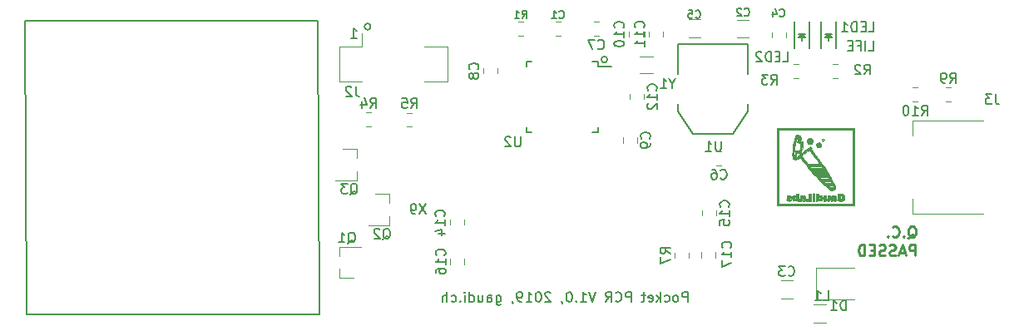
<source format=gbr>
G04 #@! TF.GenerationSoftware,KiCad,Pcbnew,5.0.2-bee76a0~70~ubuntu18.04.1*
G04 #@! TF.CreationDate,2019-06-24T09:04:58+02:00*
G04 #@! TF.ProjectId,RocketPCR,526f636b-6574-4504-9352-2e6b69636164,rev?*
G04 #@! TF.SameCoordinates,Original*
G04 #@! TF.FileFunction,Legend,Bot*
G04 #@! TF.FilePolarity,Positive*
%FSLAX46Y46*%
G04 Gerber Fmt 4.6, Leading zero omitted, Abs format (unit mm)*
G04 Created by KiCad (PCBNEW 5.0.2-bee76a0~70~ubuntu18.04.1) date Mo 24 Jun 2019 09:04:58 CEST*
%MOMM*%
%LPD*%
G01*
G04 APERTURE LIST*
%ADD10C,0.200000*%
%ADD11C,0.150000*%
%ADD12C,0.250000*%
%ADD13C,0.120000*%
%ADD14C,0.152400*%
%ADD15C,0.010000*%
G04 APERTURE END LIST*
D10*
X152452380Y-113677380D02*
X152452380Y-112677380D01*
X152071428Y-112677380D01*
X151976190Y-112725000D01*
X151928571Y-112772619D01*
X151880952Y-112867857D01*
X151880952Y-113010714D01*
X151928571Y-113105952D01*
X151976190Y-113153571D01*
X152071428Y-113201190D01*
X152452380Y-113201190D01*
X151309523Y-113677380D02*
X151404761Y-113629761D01*
X151452380Y-113582142D01*
X151500000Y-113486904D01*
X151500000Y-113201190D01*
X151452380Y-113105952D01*
X151404761Y-113058333D01*
X151309523Y-113010714D01*
X151166666Y-113010714D01*
X151071428Y-113058333D01*
X151023809Y-113105952D01*
X150976190Y-113201190D01*
X150976190Y-113486904D01*
X151023809Y-113582142D01*
X151071428Y-113629761D01*
X151166666Y-113677380D01*
X151309523Y-113677380D01*
X150119047Y-113629761D02*
X150214285Y-113677380D01*
X150404761Y-113677380D01*
X150500000Y-113629761D01*
X150547619Y-113582142D01*
X150595238Y-113486904D01*
X150595238Y-113201190D01*
X150547619Y-113105952D01*
X150500000Y-113058333D01*
X150404761Y-113010714D01*
X150214285Y-113010714D01*
X150119047Y-113058333D01*
X149690476Y-113677380D02*
X149690476Y-112677380D01*
X149595238Y-113296428D02*
X149309523Y-113677380D01*
X149309523Y-113010714D02*
X149690476Y-113391666D01*
X148500000Y-113629761D02*
X148595238Y-113677380D01*
X148785714Y-113677380D01*
X148880952Y-113629761D01*
X148928571Y-113534523D01*
X148928571Y-113153571D01*
X148880952Y-113058333D01*
X148785714Y-113010714D01*
X148595238Y-113010714D01*
X148500000Y-113058333D01*
X148452380Y-113153571D01*
X148452380Y-113248809D01*
X148928571Y-113344047D01*
X148166666Y-113010714D02*
X147785714Y-113010714D01*
X148023809Y-112677380D02*
X148023809Y-113534523D01*
X147976190Y-113629761D01*
X147880952Y-113677380D01*
X147785714Y-113677380D01*
X146690476Y-113677380D02*
X146690476Y-112677380D01*
X146309523Y-112677380D01*
X146214285Y-112725000D01*
X146166666Y-112772619D01*
X146119047Y-112867857D01*
X146119047Y-113010714D01*
X146166666Y-113105952D01*
X146214285Y-113153571D01*
X146309523Y-113201190D01*
X146690476Y-113201190D01*
X145119047Y-113582142D02*
X145166666Y-113629761D01*
X145309523Y-113677380D01*
X145404761Y-113677380D01*
X145547619Y-113629761D01*
X145642857Y-113534523D01*
X145690476Y-113439285D01*
X145738095Y-113248809D01*
X145738095Y-113105952D01*
X145690476Y-112915476D01*
X145642857Y-112820238D01*
X145547619Y-112725000D01*
X145404761Y-112677380D01*
X145309523Y-112677380D01*
X145166666Y-112725000D01*
X145119047Y-112772619D01*
X144119047Y-113677380D02*
X144452380Y-113201190D01*
X144690476Y-113677380D02*
X144690476Y-112677380D01*
X144309523Y-112677380D01*
X144214285Y-112725000D01*
X144166666Y-112772619D01*
X144119047Y-112867857D01*
X144119047Y-113010714D01*
X144166666Y-113105952D01*
X144214285Y-113153571D01*
X144309523Y-113201190D01*
X144690476Y-113201190D01*
X143071428Y-112677380D02*
X142738095Y-113677380D01*
X142404761Y-112677380D01*
X141547619Y-113677380D02*
X142119047Y-113677380D01*
X141833333Y-113677380D02*
X141833333Y-112677380D01*
X141928571Y-112820238D01*
X142023809Y-112915476D01*
X142119047Y-112963095D01*
X141119047Y-113582142D02*
X141071428Y-113629761D01*
X141119047Y-113677380D01*
X141166666Y-113629761D01*
X141119047Y-113582142D01*
X141119047Y-113677380D01*
X140452380Y-112677380D02*
X140357142Y-112677380D01*
X140261904Y-112725000D01*
X140214285Y-112772619D01*
X140166666Y-112867857D01*
X140119047Y-113058333D01*
X140119047Y-113296428D01*
X140166666Y-113486904D01*
X140214285Y-113582142D01*
X140261904Y-113629761D01*
X140357142Y-113677380D01*
X140452380Y-113677380D01*
X140547619Y-113629761D01*
X140595238Y-113582142D01*
X140642857Y-113486904D01*
X140690476Y-113296428D01*
X140690476Y-113058333D01*
X140642857Y-112867857D01*
X140595238Y-112772619D01*
X140547619Y-112725000D01*
X140452380Y-112677380D01*
X139642857Y-113629761D02*
X139642857Y-113677380D01*
X139690476Y-113772619D01*
X139738095Y-113820238D01*
X138500000Y-112772619D02*
X138452380Y-112725000D01*
X138357142Y-112677380D01*
X138119047Y-112677380D01*
X138023809Y-112725000D01*
X137976190Y-112772619D01*
X137928571Y-112867857D01*
X137928571Y-112963095D01*
X137976190Y-113105952D01*
X138547619Y-113677380D01*
X137928571Y-113677380D01*
X137309523Y-112677380D02*
X137214285Y-112677380D01*
X137119047Y-112725000D01*
X137071428Y-112772619D01*
X137023809Y-112867857D01*
X136976190Y-113058333D01*
X136976190Y-113296428D01*
X137023809Y-113486904D01*
X137071428Y-113582142D01*
X137119047Y-113629761D01*
X137214285Y-113677380D01*
X137309523Y-113677380D01*
X137404761Y-113629761D01*
X137452380Y-113582142D01*
X137500000Y-113486904D01*
X137547619Y-113296428D01*
X137547619Y-113058333D01*
X137500000Y-112867857D01*
X137452380Y-112772619D01*
X137404761Y-112725000D01*
X137309523Y-112677380D01*
X136023809Y-113677380D02*
X136595238Y-113677380D01*
X136309523Y-113677380D02*
X136309523Y-112677380D01*
X136404761Y-112820238D01*
X136500000Y-112915476D01*
X136595238Y-112963095D01*
X135547619Y-113677380D02*
X135357142Y-113677380D01*
X135261904Y-113629761D01*
X135214285Y-113582142D01*
X135119047Y-113439285D01*
X135071428Y-113248809D01*
X135071428Y-112867857D01*
X135119047Y-112772619D01*
X135166666Y-112725000D01*
X135261904Y-112677380D01*
X135452380Y-112677380D01*
X135547619Y-112725000D01*
X135595238Y-112772619D01*
X135642857Y-112867857D01*
X135642857Y-113105952D01*
X135595238Y-113201190D01*
X135547619Y-113248809D01*
X135452380Y-113296428D01*
X135261904Y-113296428D01*
X135166666Y-113248809D01*
X135119047Y-113201190D01*
X135071428Y-113105952D01*
X134595238Y-113629761D02*
X134595238Y-113677380D01*
X134642857Y-113772619D01*
X134690476Y-113820238D01*
X132976190Y-113010714D02*
X132976190Y-113820238D01*
X133023809Y-113915476D01*
X133071428Y-113963095D01*
X133166666Y-114010714D01*
X133309523Y-114010714D01*
X133404761Y-113963095D01*
X132976190Y-113629761D02*
X133071428Y-113677380D01*
X133261904Y-113677380D01*
X133357142Y-113629761D01*
X133404761Y-113582142D01*
X133452380Y-113486904D01*
X133452380Y-113201190D01*
X133404761Y-113105952D01*
X133357142Y-113058333D01*
X133261904Y-113010714D01*
X133071428Y-113010714D01*
X132976190Y-113058333D01*
X132071428Y-113677380D02*
X132071428Y-113153571D01*
X132119047Y-113058333D01*
X132214285Y-113010714D01*
X132404761Y-113010714D01*
X132500000Y-113058333D01*
X132071428Y-113629761D02*
X132166666Y-113677380D01*
X132404761Y-113677380D01*
X132500000Y-113629761D01*
X132547619Y-113534523D01*
X132547619Y-113439285D01*
X132500000Y-113344047D01*
X132404761Y-113296428D01*
X132166666Y-113296428D01*
X132071428Y-113248809D01*
X131166666Y-113010714D02*
X131166666Y-113677380D01*
X131595238Y-113010714D02*
X131595238Y-113534523D01*
X131547619Y-113629761D01*
X131452380Y-113677380D01*
X131309523Y-113677380D01*
X131214285Y-113629761D01*
X131166666Y-113582142D01*
X130261904Y-113677380D02*
X130261904Y-112677380D01*
X130261904Y-113629761D02*
X130357142Y-113677380D01*
X130547619Y-113677380D01*
X130642857Y-113629761D01*
X130690476Y-113582142D01*
X130738095Y-113486904D01*
X130738095Y-113201190D01*
X130690476Y-113105952D01*
X130642857Y-113058333D01*
X130547619Y-113010714D01*
X130357142Y-113010714D01*
X130261904Y-113058333D01*
X129785714Y-113677380D02*
X129785714Y-113010714D01*
X129785714Y-112677380D02*
X129833333Y-112725000D01*
X129785714Y-112772619D01*
X129738095Y-112725000D01*
X129785714Y-112677380D01*
X129785714Y-112772619D01*
X129309523Y-113582142D02*
X129261904Y-113629761D01*
X129309523Y-113677380D01*
X129357142Y-113629761D01*
X129309523Y-113582142D01*
X129309523Y-113677380D01*
X128404761Y-113629761D02*
X128500000Y-113677380D01*
X128690476Y-113677380D01*
X128785714Y-113629761D01*
X128833333Y-113582142D01*
X128880952Y-113486904D01*
X128880952Y-113201190D01*
X128833333Y-113105952D01*
X128785714Y-113058333D01*
X128690476Y-113010714D01*
X128500000Y-113010714D01*
X128404761Y-113058333D01*
X127976190Y-113677380D02*
X127976190Y-112677380D01*
X127547619Y-113677380D02*
X127547619Y-113153571D01*
X127595238Y-113058333D01*
X127690476Y-113010714D01*
X127833333Y-113010714D01*
X127928571Y-113058333D01*
X127976190Y-113105952D01*
D11*
X114973909Y-114991678D02*
X85157499Y-114991678D01*
X114842891Y-85044027D02*
X114973909Y-114991678D01*
X85026481Y-85044027D02*
X114842891Y-85044027D01*
X85157499Y-114991678D02*
X85026481Y-85044027D01*
D12*
X174871261Y-107185380D02*
X174976023Y-107133000D01*
X175080785Y-107028238D01*
X175237928Y-106871095D01*
X175342690Y-106818714D01*
X175447452Y-106818714D01*
X175395071Y-107080619D02*
X175499833Y-107028238D01*
X175604595Y-106923476D01*
X175656976Y-106713952D01*
X175656976Y-106347285D01*
X175604595Y-106137761D01*
X175499833Y-106033000D01*
X175395071Y-105980619D01*
X175185547Y-105980619D01*
X175080785Y-106033000D01*
X174976023Y-106137761D01*
X174923642Y-106347285D01*
X174923642Y-106713952D01*
X174976023Y-106923476D01*
X175080785Y-107028238D01*
X175185547Y-107080619D01*
X175395071Y-107080619D01*
X174452214Y-106975857D02*
X174399833Y-107028238D01*
X174452214Y-107080619D01*
X174504595Y-107028238D01*
X174452214Y-106975857D01*
X174452214Y-107080619D01*
X173299833Y-106975857D02*
X173352214Y-107028238D01*
X173509357Y-107080619D01*
X173614119Y-107080619D01*
X173771261Y-107028238D01*
X173876023Y-106923476D01*
X173928404Y-106818714D01*
X173980785Y-106609190D01*
X173980785Y-106452047D01*
X173928404Y-106242523D01*
X173876023Y-106137761D01*
X173771261Y-106033000D01*
X173614119Y-105980619D01*
X173509357Y-105980619D01*
X173352214Y-106033000D01*
X173299833Y-106085380D01*
X172828404Y-106975857D02*
X172776023Y-107028238D01*
X172828404Y-107080619D01*
X172880785Y-107028238D01*
X172828404Y-106975857D01*
X172828404Y-107080619D01*
X175604595Y-108980619D02*
X175604595Y-107880619D01*
X175185547Y-107880619D01*
X175080785Y-107933000D01*
X175028404Y-107985380D01*
X174976023Y-108090142D01*
X174976023Y-108247285D01*
X175028404Y-108352047D01*
X175080785Y-108404428D01*
X175185547Y-108456809D01*
X175604595Y-108456809D01*
X174556976Y-108666333D02*
X174033166Y-108666333D01*
X174661738Y-108980619D02*
X174295071Y-107880619D01*
X173928404Y-108980619D01*
X173614119Y-108928238D02*
X173456976Y-108980619D01*
X173195071Y-108980619D01*
X173090309Y-108928238D01*
X173037928Y-108875857D01*
X172985547Y-108771095D01*
X172985547Y-108666333D01*
X173037928Y-108561571D01*
X173090309Y-108509190D01*
X173195071Y-108456809D01*
X173404595Y-108404428D01*
X173509357Y-108352047D01*
X173561738Y-108299666D01*
X173614119Y-108194904D01*
X173614119Y-108090142D01*
X173561738Y-107985380D01*
X173509357Y-107933000D01*
X173404595Y-107880619D01*
X173142690Y-107880619D01*
X172985547Y-107933000D01*
X172566500Y-108928238D02*
X172409357Y-108980619D01*
X172147452Y-108980619D01*
X172042690Y-108928238D01*
X171990309Y-108875857D01*
X171937928Y-108771095D01*
X171937928Y-108666333D01*
X171990309Y-108561571D01*
X172042690Y-108509190D01*
X172147452Y-108456809D01*
X172356976Y-108404428D01*
X172461738Y-108352047D01*
X172514119Y-108299666D01*
X172566500Y-108194904D01*
X172566500Y-108090142D01*
X172514119Y-107985380D01*
X172461738Y-107933000D01*
X172356976Y-107880619D01*
X172095071Y-107880619D01*
X171937928Y-107933000D01*
X171466500Y-108404428D02*
X171099833Y-108404428D01*
X170942690Y-108980619D02*
X171466500Y-108980619D01*
X171466500Y-107880619D01*
X170942690Y-107880619D01*
X170471261Y-108980619D02*
X170471261Y-107880619D01*
X170209357Y-107880619D01*
X170052214Y-107933000D01*
X169947452Y-108037761D01*
X169895071Y-108142523D01*
X169842690Y-108352047D01*
X169842690Y-108509190D01*
X169895071Y-108718714D01*
X169947452Y-108823476D01*
X170052214Y-108928238D01*
X170209357Y-108980619D01*
X170471261Y-108980619D01*
D10*
X170892523Y-88124380D02*
X171368714Y-88124380D01*
X171368714Y-87124380D01*
X170559190Y-88124380D02*
X170559190Y-87124380D01*
X169749666Y-87600571D02*
X170083000Y-87600571D01*
X170083000Y-88124380D02*
X170083000Y-87124380D01*
X169606809Y-87124380D01*
X169225857Y-87600571D02*
X168892523Y-87600571D01*
X168749666Y-88124380D02*
X169225857Y-88124380D01*
X169225857Y-87124380D01*
X168749666Y-87124380D01*
D13*
G04 #@! TO.C,L1*
X165296936Y-115784000D02*
X166501064Y-115784000D01*
X165296936Y-113964000D02*
X166501064Y-113964000D01*
D14*
G04 #@! TO.C,U2*
X144293228Y-89011000D02*
G75*
G03X144293228Y-89011000I-316228J0D01*
G01*
D11*
X143302000Y-89186000D02*
X143302000Y-89711000D01*
X136052000Y-89186000D02*
X136052000Y-89711000D01*
X136052000Y-96436000D02*
X136052000Y-95911000D01*
X143302000Y-96436000D02*
X143302000Y-95911000D01*
X143302000Y-89186000D02*
X142777000Y-89186000D01*
X143302000Y-96436000D02*
X142777000Y-96436000D01*
X136052000Y-96436000D02*
X136577000Y-96436000D01*
X136052000Y-89186000D02*
X136577000Y-89186000D01*
X143302000Y-89711000D02*
X144677000Y-89711000D01*
D13*
G04 #@! TO.C,Y1*
X148919000Y-88691400D02*
X147569000Y-88691400D01*
X148919000Y-90441400D02*
X147569000Y-90441400D01*
D11*
G04 #@! TO.C,LED2*
X164827000Y-85180020D02*
X164827000Y-87880020D01*
X163327000Y-85180020D02*
X163327000Y-87880020D01*
X164227000Y-86680020D02*
X163977000Y-86680020D01*
X163977000Y-86680020D02*
X164127000Y-86530020D01*
X163727000Y-86430020D02*
X164427000Y-86430020D01*
X164077000Y-86780020D02*
X164077000Y-87130020D01*
X164077000Y-86430020D02*
X163727000Y-86780020D01*
X163727000Y-86780020D02*
X164427000Y-86780020D01*
X164427000Y-86780020D02*
X164077000Y-86430020D01*
G04 #@! TO.C,LED1*
X167557000Y-85180020D02*
X167557000Y-87880020D01*
X166057000Y-85180020D02*
X166057000Y-87880020D01*
X166957000Y-86680020D02*
X166707000Y-86680020D01*
X166707000Y-86680020D02*
X166857000Y-86530020D01*
X166457000Y-86430020D02*
X167157000Y-86430020D01*
X166807000Y-86780020D02*
X166807000Y-87130020D01*
X166807000Y-86430020D02*
X166457000Y-86780020D01*
X166457000Y-86780020D02*
X167157000Y-86780020D01*
X167157000Y-86780020D02*
X166807000Y-86430020D01*
G04 #@! TO.C,U1*
X151501000Y-90503000D02*
X151501000Y-87455000D01*
X151501000Y-87455000D02*
X158613000Y-87455000D01*
X158613000Y-87455000D02*
X158613000Y-90503000D01*
X151501000Y-93551000D02*
X151501000Y-94313000D01*
X151501000Y-94313000D02*
X153025000Y-96599000D01*
X153025000Y-96599000D02*
X157089000Y-96599000D01*
X157089000Y-96599000D02*
X158613000Y-94313000D01*
X158613000Y-94313000D02*
X158613000Y-93551000D01*
D13*
G04 #@! TO.C,J3*
X175327000Y-103215000D02*
X175327000Y-104715000D01*
X175327000Y-104715000D02*
X182587000Y-104715000D01*
X175327000Y-95215000D02*
X182587000Y-95215000D01*
X175327000Y-95215000D02*
X175327000Y-96715000D01*
D14*
G04 #@! TO.C,J2*
X120202228Y-85659000D02*
G75*
G03X120202228Y-85659000I-316228J0D01*
G01*
D13*
X125656000Y-91224000D02*
X127986000Y-91224000D01*
X125656000Y-87694000D02*
X127986000Y-87694000D01*
X116986000Y-91224000D02*
X119316000Y-91224000D01*
X116986000Y-87694000D02*
X119316000Y-87694000D01*
X119316000Y-86369000D02*
X119316000Y-87694000D01*
X127986000Y-87694000D02*
X127986000Y-91224000D01*
X116986000Y-87694000D02*
X116986000Y-91224000D01*
G04 #@! TO.C,Q2*
X122103000Y-102693000D02*
X122103000Y-103623000D01*
X122103000Y-105853000D02*
X122103000Y-104923000D01*
X122103000Y-105853000D02*
X119943000Y-105853000D01*
X122103000Y-102693000D02*
X120643000Y-102693000D01*
G04 #@! TO.C,Q1*
X117017600Y-111253000D02*
X117017600Y-110323000D01*
X117017600Y-108093000D02*
X117017600Y-109023000D01*
X117017600Y-108093000D02*
X119177600Y-108093000D01*
X117017600Y-111253000D02*
X118477600Y-111253000D01*
G04 #@! TO.C,Q3*
X118775600Y-98121000D02*
X118775600Y-99051000D01*
X118775600Y-101281000D02*
X118775600Y-100351000D01*
X118775600Y-101281000D02*
X116615600Y-101281000D01*
X118775600Y-98121000D02*
X117315600Y-98121000D01*
G04 #@! TO.C,C2*
X158677064Y-84965000D02*
X157472936Y-84965000D01*
X158677064Y-86785000D02*
X157472936Y-86785000D01*
G04 #@! TO.C,C3*
X163143864Y-111516400D02*
X161939736Y-111516400D01*
X163143864Y-113336400D02*
X161939736Y-113336400D01*
G04 #@! TO.C,C4*
X162460000Y-86733578D02*
X162460000Y-86216422D01*
X161040000Y-86733578D02*
X161040000Y-86216422D01*
G04 #@! TO.C,C6*
X155384422Y-98388000D02*
X155901578Y-98388000D01*
X155384422Y-99808000D02*
X155901578Y-99808000D01*
G04 #@! TO.C,R4*
X120251578Y-94414000D02*
X119734422Y-94414000D01*
X120251578Y-95834000D02*
X119734422Y-95834000D01*
G04 #@! TO.C,C1*
X139508578Y-86593400D02*
X138991422Y-86593400D01*
X139508578Y-85173400D02*
X138991422Y-85173400D01*
G04 #@! TO.C,C5*
X153739064Y-84940000D02*
X152534936Y-84940000D01*
X153739064Y-86760000D02*
X152534936Y-86760000D01*
G04 #@! TO.C,C7*
X142912422Y-86593400D02*
X143429578Y-86593400D01*
X142912422Y-85173400D02*
X143429578Y-85173400D01*
G04 #@! TO.C,C8*
X131682000Y-89917422D02*
X131682000Y-90434578D01*
X133102000Y-89917422D02*
X133102000Y-90434578D01*
G04 #@! TO.C,C9*
X145867000Y-97473578D02*
X145867000Y-96956422D01*
X147287000Y-97473578D02*
X147287000Y-96956422D01*
G04 #@! TO.C,C10*
X147884800Y-86158222D02*
X147884800Y-86675378D01*
X146464800Y-86158222D02*
X146464800Y-86675378D01*
G04 #@! TO.C,C11*
X148547600Y-86132822D02*
X148547600Y-86649978D01*
X149967600Y-86132822D02*
X149967600Y-86649978D01*
G04 #@! TO.C,C12*
X147961000Y-93050778D02*
X147961000Y-92533622D01*
X146541000Y-93050778D02*
X146541000Y-92533622D01*
G04 #@! TO.C,C14*
X128253000Y-105335222D02*
X128253000Y-105852378D01*
X129673000Y-105335222D02*
X129673000Y-105852378D01*
G04 #@! TO.C,C15*
X153907000Y-104912578D02*
X153907000Y-104395422D01*
X155327000Y-104912578D02*
X155327000Y-104395422D01*
G04 #@! TO.C,C16*
X129723800Y-109323022D02*
X129723800Y-109840178D01*
X128303800Y-109323022D02*
X128303800Y-109840178D01*
G04 #@! TO.C,C17*
X153856200Y-108646622D02*
X153856200Y-109163778D01*
X155276200Y-108646622D02*
X155276200Y-109163778D01*
G04 #@! TO.C,R1*
X135764578Y-85148000D02*
X135247422Y-85148000D01*
X135764578Y-86568000D02*
X135247422Y-86568000D01*
G04 #@! TO.C,R2*
X167185422Y-90886000D02*
X167702578Y-90886000D01*
X167185422Y-89466000D02*
X167702578Y-89466000D01*
G04 #@! TO.C,R3*
X163248422Y-89455000D02*
X163765578Y-89455000D01*
X163248422Y-90875000D02*
X163765578Y-90875000D01*
G04 #@! TO.C,R7*
X152583800Y-108672022D02*
X152583800Y-109189178D01*
X151163800Y-108672022D02*
X151163800Y-109189178D01*
G04 #@! TO.C,R9*
X179259578Y-91879000D02*
X178742422Y-91879000D01*
X179259578Y-93299000D02*
X178742422Y-93299000D01*
G04 #@! TO.C,R10*
X175379422Y-91879000D02*
X175896578Y-91879000D01*
X175379422Y-93299000D02*
X175896578Y-93299000D01*
D15*
G04 #@! TO.C,G\002A\002A\002A*
G36*
X166142250Y-97064728D02*
X166104278Y-97100171D01*
X166090162Y-97126226D01*
X166078832Y-97182620D01*
X166090012Y-97232297D01*
X166118609Y-97271874D01*
X166159529Y-97297970D01*
X166207678Y-97307202D01*
X166257962Y-97296187D01*
X166300867Y-97266133D01*
X166327882Y-97235087D01*
X166337833Y-97206791D01*
X166335626Y-97166952D01*
X166335430Y-97165481D01*
X166332494Y-97156903D01*
X166279204Y-97156903D01*
X166278903Y-97191260D01*
X166270533Y-97210668D01*
X166245538Y-97233030D01*
X166209673Y-97240831D01*
X166173915Y-97234288D01*
X166149239Y-97213617D01*
X166146756Y-97208236D01*
X166138180Y-97165967D01*
X166151252Y-97140101D01*
X166187449Y-97128712D01*
X166208375Y-97127778D01*
X166255353Y-97135287D01*
X166279204Y-97156903D01*
X166332494Y-97156903D01*
X166316976Y-97111569D01*
X166282243Y-97073547D01*
X166237420Y-97052406D01*
X166188693Y-97049136D01*
X166142250Y-97064728D01*
X166142250Y-97064728D01*
G37*
X166142250Y-97064728D02*
X166104278Y-97100171D01*
X166090162Y-97126226D01*
X166078832Y-97182620D01*
X166090012Y-97232297D01*
X166118609Y-97271874D01*
X166159529Y-97297970D01*
X166207678Y-97307202D01*
X166257962Y-97296187D01*
X166300867Y-97266133D01*
X166327882Y-97235087D01*
X166337833Y-97206791D01*
X166335626Y-97166952D01*
X166335430Y-97165481D01*
X166332494Y-97156903D01*
X166279204Y-97156903D01*
X166278903Y-97191260D01*
X166270533Y-97210668D01*
X166245538Y-97233030D01*
X166209673Y-97240831D01*
X166173915Y-97234288D01*
X166149239Y-97213617D01*
X166146756Y-97208236D01*
X166138180Y-97165967D01*
X166151252Y-97140101D01*
X166187449Y-97128712D01*
X166208375Y-97127778D01*
X166255353Y-97135287D01*
X166279204Y-97156903D01*
X166332494Y-97156903D01*
X166316976Y-97111569D01*
X166282243Y-97073547D01*
X166237420Y-97052406D01*
X166188693Y-97049136D01*
X166142250Y-97064728D01*
G36*
X164874022Y-97019374D02*
X164787064Y-97038469D01*
X164714863Y-97077397D01*
X164658246Y-97132024D01*
X164618038Y-97198218D01*
X164595067Y-97271845D01*
X164590158Y-97348771D01*
X164604138Y-97424862D01*
X164637833Y-97495987D01*
X164692070Y-97558010D01*
X164757571Y-97601843D01*
X164816331Y-97623483D01*
X164882808Y-97635453D01*
X164944973Y-97636214D01*
X164977403Y-97629958D01*
X165067684Y-97588074D01*
X165136601Y-97528472D01*
X165183902Y-97451444D01*
X165208095Y-97365513D01*
X165207891Y-97336317D01*
X165100495Y-97336317D01*
X165088663Y-97377572D01*
X165079338Y-97406888D01*
X165067860Y-97426603D01*
X165049073Y-97438621D01*
X165017824Y-97444846D01*
X164968958Y-97447183D01*
X164899319Y-97447537D01*
X164739550Y-97447537D01*
X164719406Y-97399325D01*
X164706303Y-97366174D01*
X164699521Y-97345519D01*
X164699261Y-97343714D01*
X164712347Y-97341093D01*
X164748337Y-97338880D01*
X164802332Y-97337256D01*
X164869433Y-97336402D01*
X164899878Y-97336317D01*
X165100495Y-97336317D01*
X165207891Y-97336317D01*
X165207524Y-97284178D01*
X165193221Y-97238999D01*
X165078022Y-97238999D01*
X164902544Y-97238999D01*
X164836369Y-97238146D01*
X164781609Y-97235818D01*
X164743505Y-97232356D01*
X164727293Y-97228104D01*
X164727067Y-97227519D01*
X164738008Y-97207344D01*
X164765206Y-97181433D01*
X164800227Y-97156829D01*
X164828765Y-97142607D01*
X164894652Y-97130503D01*
X164961066Y-97140202D01*
X165019655Y-97169289D01*
X165058017Y-97208868D01*
X165078022Y-97238999D01*
X165193221Y-97238999D01*
X165181729Y-97202700D01*
X165132636Y-97126945D01*
X165128140Y-97121739D01*
X165059254Y-97061444D01*
X164980965Y-97027183D01*
X164891652Y-97018306D01*
X164874022Y-97019374D01*
X164874022Y-97019374D01*
G37*
X164874022Y-97019374D02*
X164787064Y-97038469D01*
X164714863Y-97077397D01*
X164658246Y-97132024D01*
X164618038Y-97198218D01*
X164595067Y-97271845D01*
X164590158Y-97348771D01*
X164604138Y-97424862D01*
X164637833Y-97495987D01*
X164692070Y-97558010D01*
X164757571Y-97601843D01*
X164816331Y-97623483D01*
X164882808Y-97635453D01*
X164944973Y-97636214D01*
X164977403Y-97629958D01*
X165067684Y-97588074D01*
X165136601Y-97528472D01*
X165183902Y-97451444D01*
X165208095Y-97365513D01*
X165207891Y-97336317D01*
X165100495Y-97336317D01*
X165088663Y-97377572D01*
X165079338Y-97406888D01*
X165067860Y-97426603D01*
X165049073Y-97438621D01*
X165017824Y-97444846D01*
X164968958Y-97447183D01*
X164899319Y-97447537D01*
X164739550Y-97447537D01*
X164719406Y-97399325D01*
X164706303Y-97366174D01*
X164699521Y-97345519D01*
X164699261Y-97343714D01*
X164712347Y-97341093D01*
X164748337Y-97338880D01*
X164802332Y-97337256D01*
X164869433Y-97336402D01*
X164899878Y-97336317D01*
X165100495Y-97336317D01*
X165207891Y-97336317D01*
X165207524Y-97284178D01*
X165193221Y-97238999D01*
X165078022Y-97238999D01*
X164902544Y-97238999D01*
X164836369Y-97238146D01*
X164781609Y-97235818D01*
X164743505Y-97232356D01*
X164727293Y-97228104D01*
X164727067Y-97227519D01*
X164738008Y-97207344D01*
X164765206Y-97181433D01*
X164800227Y-97156829D01*
X164828765Y-97142607D01*
X164894652Y-97130503D01*
X164961066Y-97140202D01*
X165019655Y-97169289D01*
X165058017Y-97208868D01*
X165078022Y-97238999D01*
X165193221Y-97238999D01*
X165181729Y-97202700D01*
X165132636Y-97126945D01*
X165128140Y-97121739D01*
X165059254Y-97061444D01*
X164980965Y-97027183D01*
X164891652Y-97018306D01*
X164874022Y-97019374D01*
G36*
X165716521Y-97473656D02*
X165648424Y-97507511D01*
X165595919Y-97558816D01*
X165561656Y-97623383D01*
X165548282Y-97697024D01*
X165558445Y-97775548D01*
X165573465Y-97815955D01*
X165607133Y-97873450D01*
X165650815Y-97913330D01*
X165703785Y-97940548D01*
X165783307Y-97959869D01*
X165862321Y-97951446D01*
X165894469Y-97939918D01*
X165954235Y-97906307D01*
X165997215Y-97861089D01*
X166021485Y-97819985D01*
X166034564Y-97778776D01*
X165936590Y-97778776D01*
X165926479Y-97796583D01*
X165902350Y-97821042D01*
X165873513Y-97843667D01*
X165853175Y-97854796D01*
X165793022Y-97862583D01*
X165732126Y-97844303D01*
X165713801Y-97833334D01*
X165678276Y-97807128D01*
X165663021Y-97788768D01*
X165669683Y-97776938D01*
X165699906Y-97770322D01*
X165755336Y-97767605D01*
X165796406Y-97767296D01*
X165855028Y-97768355D01*
X165901611Y-97771210D01*
X165930297Y-97775381D01*
X165936590Y-97778776D01*
X166034564Y-97778776D01*
X166045673Y-97743775D01*
X166044337Y-97669978D01*
X165949897Y-97669978D01*
X165796777Y-97669978D01*
X165730136Y-97669729D01*
X165686955Y-97668425D01*
X165662889Y-97665228D01*
X165653595Y-97659303D01*
X165654727Y-97649813D01*
X165657962Y-97643251D01*
X165694991Y-97598509D01*
X165744628Y-97570835D01*
X165800113Y-97560452D01*
X165854689Y-97567582D01*
X165901596Y-97592448D01*
X165933586Y-97634179D01*
X165949897Y-97669978D01*
X166044337Y-97669978D01*
X166044255Y-97665473D01*
X166018139Y-97591353D01*
X165980889Y-97540138D01*
X165923727Y-97492147D01*
X165861206Y-97467353D01*
X165797565Y-97461440D01*
X165716521Y-97473656D01*
X165716521Y-97473656D01*
G37*
X165716521Y-97473656D02*
X165648424Y-97507511D01*
X165595919Y-97558816D01*
X165561656Y-97623383D01*
X165548282Y-97697024D01*
X165558445Y-97775548D01*
X165573465Y-97815955D01*
X165607133Y-97873450D01*
X165650815Y-97913330D01*
X165703785Y-97940548D01*
X165783307Y-97959869D01*
X165862321Y-97951446D01*
X165894469Y-97939918D01*
X165954235Y-97906307D01*
X165997215Y-97861089D01*
X166021485Y-97819985D01*
X166034564Y-97778776D01*
X165936590Y-97778776D01*
X165926479Y-97796583D01*
X165902350Y-97821042D01*
X165873513Y-97843667D01*
X165853175Y-97854796D01*
X165793022Y-97862583D01*
X165732126Y-97844303D01*
X165713801Y-97833334D01*
X165678276Y-97807128D01*
X165663021Y-97788768D01*
X165669683Y-97776938D01*
X165699906Y-97770322D01*
X165755336Y-97767605D01*
X165796406Y-97767296D01*
X165855028Y-97768355D01*
X165901611Y-97771210D01*
X165930297Y-97775381D01*
X165936590Y-97778776D01*
X166034564Y-97778776D01*
X166045673Y-97743775D01*
X166044337Y-97669978D01*
X165949897Y-97669978D01*
X165796777Y-97669978D01*
X165730136Y-97669729D01*
X165686955Y-97668425D01*
X165662889Y-97665228D01*
X165653595Y-97659303D01*
X165654727Y-97649813D01*
X165657962Y-97643251D01*
X165694991Y-97598509D01*
X165744628Y-97570835D01*
X165800113Y-97560452D01*
X165854689Y-97567582D01*
X165901596Y-97592448D01*
X165933586Y-97634179D01*
X165949897Y-97669978D01*
X166044337Y-97669978D01*
X166044255Y-97665473D01*
X166018139Y-97591353D01*
X165980889Y-97540138D01*
X165923727Y-97492147D01*
X165861206Y-97467353D01*
X165797565Y-97461440D01*
X165716521Y-97473656D01*
G36*
X163612809Y-96655952D02*
X163592224Y-96658737D01*
X163493123Y-96672448D01*
X163338091Y-97206006D01*
X163183060Y-97739563D01*
X163127863Y-98269970D01*
X163072667Y-98800377D01*
X163119753Y-98885123D01*
X163145792Y-98937961D01*
X163166477Y-98990736D01*
X163176236Y-99026902D01*
X163183774Y-99057393D01*
X163198220Y-99084106D01*
X163224327Y-99113153D01*
X163266847Y-99150650D01*
X163282632Y-99163735D01*
X163379633Y-99243534D01*
X163645822Y-99123898D01*
X163725406Y-99088794D01*
X163796347Y-99058769D01*
X163854798Y-99035346D01*
X163896913Y-99020049D01*
X163918845Y-99014403D01*
X163920961Y-99014870D01*
X163930842Y-99027215D01*
X163956649Y-99059632D01*
X163997022Y-99110412D01*
X164050606Y-99177847D01*
X164116042Y-99260227D01*
X164191972Y-99355842D01*
X164277041Y-99462984D01*
X164369889Y-99579943D01*
X164469159Y-99705011D01*
X164573495Y-99836477D01*
X164580839Y-99845731D01*
X164687676Y-99980110D01*
X164791314Y-100109988D01*
X164890185Y-100233430D01*
X164982724Y-100348501D01*
X165067362Y-100453266D01*
X165142533Y-100545791D01*
X165206670Y-100624139D01*
X165258204Y-100686376D01*
X165295570Y-100730568D01*
X165316554Y-100754113D01*
X165358610Y-100796984D01*
X165416653Y-100854894D01*
X165488675Y-100925919D01*
X165572666Y-101008132D01*
X165666618Y-101099608D01*
X165768523Y-101198421D01*
X165876371Y-101302646D01*
X165988154Y-101410357D01*
X166101863Y-101519628D01*
X166215489Y-101628535D01*
X166327025Y-101735151D01*
X166434460Y-101837550D01*
X166535786Y-101933808D01*
X166628995Y-102021998D01*
X166712077Y-102100195D01*
X166783025Y-102166474D01*
X166839829Y-102218909D01*
X166880480Y-102255573D01*
X166901298Y-102273265D01*
X166933128Y-102290089D01*
X166982581Y-102307941D01*
X167039733Y-102324044D01*
X167094665Y-102335619D01*
X167137453Y-102339890D01*
X167139163Y-102339860D01*
X167158111Y-102335123D01*
X167195590Y-102322918D01*
X167244155Y-102305696D01*
X167253807Y-102302139D01*
X167309165Y-102279808D01*
X167347421Y-102257953D01*
X167378258Y-102229586D01*
X167410211Y-102189279D01*
X167438694Y-102147653D01*
X167458921Y-102112394D01*
X167466328Y-102091961D01*
X167467885Y-102072383D01*
X167235400Y-102072383D01*
X167231732Y-102080452D01*
X167208102Y-102094954D01*
X167169500Y-102111219D01*
X167128037Y-102124706D01*
X167097455Y-102130784D01*
X167077621Y-102123358D01*
X167052272Y-102105684D01*
X167029842Y-102084474D01*
X167020991Y-102071390D01*
X167033809Y-102067624D01*
X167067929Y-102064770D01*
X167116854Y-102063296D01*
X167134992Y-102063191D01*
X167191229Y-102063989D01*
X167223448Y-102066830D01*
X167235400Y-102072383D01*
X167467885Y-102072383D01*
X167468269Y-102067570D01*
X167472902Y-102025047D01*
X167478896Y-101976198D01*
X167479779Y-101969349D01*
X167298991Y-101969349D01*
X167285945Y-101973099D01*
X167250115Y-101976190D01*
X167196516Y-101978357D01*
X167130166Y-101979338D01*
X167107882Y-101979361D01*
X166916722Y-101978946D01*
X166854160Y-101924166D01*
X166791599Y-101869385D01*
X167243841Y-101868555D01*
X167271390Y-101913739D01*
X167289292Y-101945593D01*
X167298614Y-101967046D01*
X167298991Y-101969349D01*
X167479779Y-101969349D01*
X167491008Y-101882253D01*
X167416251Y-101750855D01*
X167173919Y-101750855D01*
X167160742Y-101752909D01*
X167124112Y-101754695D01*
X167068379Y-101756102D01*
X166997895Y-101757018D01*
X166919543Y-101757335D01*
X166665167Y-101757335D01*
X166610865Y-101701724D01*
X166556563Y-101646114D01*
X167127062Y-101646114D01*
X167150491Y-101695245D01*
X167165447Y-101728111D01*
X167173482Y-101748691D01*
X167173919Y-101750855D01*
X167416251Y-101750855D01*
X167301292Y-101548796D01*
X167063264Y-101548796D01*
X166449909Y-101548796D01*
X166391361Y-101493533D01*
X166332814Y-101438271D01*
X166669669Y-101437923D01*
X167006523Y-101437576D01*
X167034894Y-101493186D01*
X167063264Y-101548796D01*
X167301292Y-101548796D01*
X167174736Y-101326355D01*
X166938141Y-101326355D01*
X166207691Y-101325215D01*
X166146817Y-101270174D01*
X166085943Y-101215134D01*
X166881400Y-101215134D01*
X166909770Y-101270745D01*
X166938141Y-101326355D01*
X167174736Y-101326355D01*
X167048821Y-101105040D01*
X166812452Y-101105040D01*
X166798998Y-101108538D01*
X166760426Y-101111596D01*
X166699420Y-101114131D01*
X166618664Y-101116062D01*
X166520843Y-101117304D01*
X166408641Y-101117777D01*
X166398851Y-101117779D01*
X165985249Y-101117741D01*
X165922688Y-101062761D01*
X165860126Y-101007781D01*
X166311960Y-101007276D01*
X166763793Y-101006772D01*
X166788123Y-101049518D01*
X166804477Y-101081590D01*
X166812331Y-101103553D01*
X166812452Y-101105040D01*
X167048821Y-101105040D01*
X166931452Y-100898749D01*
X166929533Y-100895375D01*
X166702062Y-100895375D01*
X165733695Y-100895375D01*
X165625091Y-100784155D01*
X166131881Y-100784262D01*
X166638670Y-100784369D01*
X166702062Y-100895375D01*
X166929533Y-100895375D01*
X166805889Y-100678051D01*
X166576109Y-100678051D01*
X166562707Y-100680008D01*
X166524509Y-100681813D01*
X166464521Y-100683417D01*
X166385751Y-100684770D01*
X166291206Y-100685823D01*
X166183895Y-100686525D01*
X166066824Y-100686828D01*
X166043681Y-100686837D01*
X165511254Y-100686837D01*
X165456952Y-100631226D01*
X165402650Y-100575616D01*
X166518231Y-100575616D01*
X166547170Y-100622440D01*
X166565607Y-100654300D01*
X166575549Y-100675425D01*
X166576109Y-100678051D01*
X166805889Y-100678051D01*
X166678400Y-100453969D01*
X166450934Y-100453969D01*
X166437529Y-100456222D01*
X166399234Y-100458309D01*
X166338965Y-100460174D01*
X166259638Y-100461764D01*
X166164167Y-100463027D01*
X166055467Y-100463907D01*
X165936455Y-100464351D01*
X165884456Y-100464395D01*
X165317926Y-100464395D01*
X165279694Y-100416479D01*
X165256475Y-100385787D01*
X165242908Y-100364774D01*
X165241462Y-100360869D01*
X165254883Y-100359221D01*
X165293220Y-100357693D01*
X165353585Y-100356326D01*
X165433089Y-100355156D01*
X165528842Y-100354222D01*
X165637957Y-100353563D01*
X165757545Y-100353218D01*
X165818623Y-100353175D01*
X166395784Y-100353175D01*
X166423333Y-100398358D01*
X166441235Y-100430213D01*
X166450557Y-100451665D01*
X166450934Y-100453969D01*
X166678400Y-100453969D01*
X166565686Y-100255857D01*
X166340330Y-100255857D01*
X165162893Y-100255857D01*
X165135480Y-100224576D01*
X165117895Y-100205314D01*
X165103451Y-100189400D01*
X165094299Y-100176517D01*
X165092589Y-100166347D01*
X165100472Y-100158573D01*
X165120097Y-100152879D01*
X165153616Y-100148946D01*
X165203178Y-100146458D01*
X165270933Y-100145098D01*
X165359033Y-100144548D01*
X165469627Y-100144491D01*
X165604866Y-100144610D01*
X165677408Y-100144636D01*
X166283590Y-100144636D01*
X166311960Y-100200247D01*
X166340330Y-100255857D01*
X166565686Y-100255857D01*
X166443085Y-100040367D01*
X166224729Y-100040367D01*
X165601583Y-100033416D01*
X164978438Y-100026464D01*
X164943119Y-99978580D01*
X164921484Y-99948351D01*
X164909008Y-99929183D01*
X164907800Y-99926445D01*
X164921234Y-99925559D01*
X164959664Y-99924735D01*
X165020279Y-99923994D01*
X165100269Y-99923354D01*
X165196826Y-99922835D01*
X165307138Y-99922458D01*
X165428396Y-99922241D01*
X165517838Y-99922195D01*
X166127877Y-99922195D01*
X166224729Y-100040367D01*
X166443085Y-100040367D01*
X166371896Y-99915244D01*
X166296762Y-99817183D01*
X166047811Y-99817183D01*
X166034377Y-99818787D01*
X165995946Y-99820278D01*
X165935327Y-99821620D01*
X165855330Y-99822778D01*
X165758762Y-99823716D01*
X165648432Y-99824400D01*
X165527150Y-99824793D01*
X165437266Y-99824877D01*
X164826721Y-99824877D01*
X164738633Y-99713657D01*
X165971347Y-99713657D01*
X166009579Y-99761573D01*
X166032798Y-99792265D01*
X166046365Y-99813278D01*
X166047811Y-99817183D01*
X166296762Y-99817183D01*
X166129559Y-99598960D01*
X165872401Y-99598960D01*
X165869744Y-99603271D01*
X165854918Y-99606851D01*
X165825921Y-99609758D01*
X165780753Y-99612051D01*
X165717412Y-99613788D01*
X165633899Y-99615027D01*
X165528212Y-99615825D01*
X165398351Y-99616242D01*
X165273432Y-99616339D01*
X165127321Y-99616297D01*
X165006526Y-99616100D01*
X164908555Y-99615641D01*
X164830917Y-99614814D01*
X164771124Y-99613511D01*
X164726683Y-99611625D01*
X164695106Y-99609050D01*
X164673901Y-99605678D01*
X164660578Y-99601403D01*
X164652646Y-99596118D01*
X164647617Y-99589716D01*
X164647461Y-99589468D01*
X164636140Y-99573773D01*
X164610266Y-99539176D01*
X164572234Y-99488814D01*
X164524439Y-99425828D01*
X164469279Y-99353355D01*
X164409148Y-99274535D01*
X164346443Y-99192506D01*
X164283560Y-99110408D01*
X164222893Y-99031380D01*
X164166840Y-98958560D01*
X164117795Y-98895087D01*
X164097326Y-98868706D01*
X164093858Y-98846846D01*
X164107262Y-98808923D01*
X164120450Y-98783126D01*
X164141820Y-98739522D01*
X164149226Y-98709086D01*
X164144749Y-98682274D01*
X164143313Y-98678321D01*
X164131574Y-98639019D01*
X164136011Y-98612375D01*
X164160128Y-98588050D01*
X164178291Y-98575137D01*
X164210350Y-98554861D01*
X164233314Y-98549306D01*
X164260845Y-98557283D01*
X164281088Y-98566200D01*
X164335040Y-98590529D01*
X164414386Y-98530622D01*
X164455403Y-98498967D01*
X164478509Y-98476772D01*
X164487996Y-98456757D01*
X164488156Y-98431645D01*
X164485433Y-98410158D01*
X164482290Y-98369557D01*
X164489770Y-98343384D01*
X164511853Y-98319068D01*
X164515208Y-98316086D01*
X164549786Y-98290977D01*
X164581281Y-98284747D01*
X164619799Y-98296765D01*
X164642470Y-98308147D01*
X164669280Y-98321311D01*
X164691064Y-98325906D01*
X164717104Y-98321399D01*
X164756685Y-98307254D01*
X164773808Y-98300573D01*
X164818061Y-98285219D01*
X164851637Y-98277257D01*
X164866629Y-98278175D01*
X164878483Y-98293214D01*
X164905142Y-98327755D01*
X164944798Y-98379425D01*
X164995643Y-98445848D01*
X165055867Y-98524648D01*
X165123663Y-98613452D01*
X165197222Y-98709884D01*
X165274735Y-98811568D01*
X165354393Y-98916130D01*
X165434389Y-99021195D01*
X165512913Y-99124388D01*
X165588156Y-99223333D01*
X165658311Y-99315656D01*
X165721568Y-99398981D01*
X165776119Y-99470933D01*
X165820155Y-99529138D01*
X165851868Y-99571220D01*
X165869450Y-99594804D01*
X165872401Y-99598960D01*
X166129559Y-99598960D01*
X165690155Y-99025479D01*
X165008413Y-98135715D01*
X165042222Y-98076434D01*
X165059786Y-98043637D01*
X165066362Y-98019019D01*
X165060243Y-97994932D01*
X165039725Y-97963730D01*
X165008258Y-97924134D01*
X164960772Y-97865483D01*
X164889103Y-97901570D01*
X164827096Y-97935786D01*
X164751663Y-97982301D01*
X164665277Y-98039198D01*
X164570415Y-98104556D01*
X164469551Y-98176458D01*
X164365160Y-98252984D01*
X164259718Y-98332215D01*
X164155699Y-98412234D01*
X164055579Y-98491120D01*
X163961832Y-98566955D01*
X163876935Y-98637820D01*
X163803361Y-98701796D01*
X163743586Y-98756965D01*
X163700085Y-98801407D01*
X163675334Y-98833204D01*
X163670471Y-98846334D01*
X163662931Y-98871111D01*
X163637607Y-98898288D01*
X163595320Y-98929116D01*
X163552447Y-98954441D01*
X163515444Y-98970826D01*
X163494526Y-98974679D01*
X163465008Y-98979135D01*
X163434510Y-98994436D01*
X163403886Y-99013694D01*
X163386093Y-99014151D01*
X163372024Y-98994091D01*
X163366135Y-98981556D01*
X163358576Y-98947628D01*
X163374279Y-98927968D01*
X163414092Y-98921423D01*
X163440704Y-98917906D01*
X163461243Y-98905207D01*
X163477599Y-98879424D01*
X163491662Y-98836656D01*
X163505321Y-98773001D01*
X163516206Y-98710593D01*
X163527177Y-98643685D01*
X163536260Y-98586943D01*
X163542591Y-98545869D01*
X163545306Y-98525966D01*
X163545348Y-98525197D01*
X163557699Y-98519238D01*
X163590095Y-98518791D01*
X163635553Y-98522847D01*
X163687091Y-98530394D01*
X163737724Y-98540424D01*
X163780468Y-98551925D01*
X163807027Y-98563059D01*
X163853217Y-98591060D01*
X163909345Y-98550401D01*
X163928076Y-98535980D01*
X163943898Y-98520356D01*
X163958591Y-98499824D01*
X163973936Y-98470679D01*
X163991715Y-98429216D01*
X164013708Y-98371731D01*
X164041696Y-98294519D01*
X164068218Y-98219957D01*
X164170964Y-97930173D01*
X164170964Y-97885468D01*
X163959482Y-97885468D01*
X163876453Y-98094007D01*
X163847835Y-98165006D01*
X163822297Y-98226719D01*
X163801779Y-98274586D01*
X163788220Y-98304050D01*
X163784082Y-98311149D01*
X163767442Y-98313043D01*
X163728784Y-98311984D01*
X163673706Y-98308266D01*
X163607805Y-98302186D01*
X163601328Y-98301511D01*
X163535169Y-98294981D01*
X163479793Y-98290327D01*
X163440628Y-98287948D01*
X163423106Y-98288240D01*
X163422747Y-98288437D01*
X163420050Y-98303373D01*
X163416014Y-98341162D01*
X163411086Y-98396909D01*
X163405715Y-98465718D01*
X163402785Y-98506614D01*
X163396453Y-98584690D01*
X163389364Y-98650266D01*
X163382121Y-98698856D01*
X163375324Y-98725977D01*
X163372827Y-98729837D01*
X163334411Y-98739708D01*
X163284124Y-98728323D01*
X163275629Y-98724674D01*
X163250267Y-98706162D01*
X163246479Y-98677858D01*
X163247305Y-98672539D01*
X163250609Y-98650067D01*
X163256945Y-98603687D01*
X163265827Y-98537070D01*
X163276771Y-98453890D01*
X163289292Y-98357819D01*
X163302906Y-98252530D01*
X163309273Y-98203016D01*
X163325489Y-98078128D01*
X163339623Y-97974396D01*
X163352850Y-97885766D01*
X163366344Y-97806185D01*
X163381281Y-97729599D01*
X163398836Y-97649956D01*
X163420184Y-97561202D01*
X163446500Y-97457284D01*
X163476463Y-97341721D01*
X163503743Y-97237336D01*
X163528794Y-97142019D01*
X163550759Y-97058986D01*
X163568783Y-96991453D01*
X163582009Y-96942635D01*
X163589581Y-96915748D01*
X163591025Y-96911474D01*
X163605224Y-96907688D01*
X163635571Y-96901435D01*
X163637632Y-96901042D01*
X163676220Y-96900265D01*
X163704642Y-96918640D01*
X163706606Y-96920763D01*
X163715290Y-96931671D01*
X163720110Y-96944210D01*
X163720255Y-96962392D01*
X163714915Y-96990233D01*
X163703279Y-97031746D01*
X163684537Y-97090944D01*
X163657878Y-97171843D01*
X163652822Y-97187073D01*
X163628222Y-97263602D01*
X163608163Y-97330816D01*
X163593804Y-97384400D01*
X163586309Y-97420040D01*
X163586518Y-97433302D01*
X163604303Y-97439270D01*
X163643617Y-97449849D01*
X163698851Y-97463601D01*
X163764395Y-97479088D01*
X163772006Y-97480839D01*
X163944665Y-97520447D01*
X163952073Y-97702958D01*
X163959482Y-97885468D01*
X164170964Y-97885468D01*
X164170964Y-97667074D01*
X164170858Y-97575374D01*
X164170212Y-97507131D01*
X164168532Y-97457996D01*
X164165324Y-97423620D01*
X164160096Y-97399656D01*
X164152354Y-97381753D01*
X164141603Y-97365564D01*
X164135887Y-97357987D01*
X164111022Y-97329226D01*
X164087460Y-97317467D01*
X164052539Y-97317534D01*
X164040122Y-97318840D01*
X163998785Y-97318745D01*
X163950374Y-97311901D01*
X163902652Y-97300372D01*
X163863382Y-97286222D01*
X163840328Y-97271518D01*
X163837302Y-97264892D01*
X163840481Y-97244099D01*
X163848506Y-97207387D01*
X163853002Y-97188962D01*
X163868701Y-97126613D01*
X163927884Y-97135488D01*
X163987066Y-97144363D01*
X163997191Y-97016435D01*
X164007316Y-96888506D01*
X163925785Y-96805427D01*
X163875937Y-96759707D01*
X163820835Y-96716922D01*
X163771685Y-96685709D01*
X163767789Y-96683687D01*
X163725861Y-96663642D01*
X163693430Y-96653386D01*
X163659433Y-96651346D01*
X163612809Y-96655952D01*
X163612809Y-96655952D01*
G37*
X163612809Y-96655952D02*
X163592224Y-96658737D01*
X163493123Y-96672448D01*
X163338091Y-97206006D01*
X163183060Y-97739563D01*
X163127863Y-98269970D01*
X163072667Y-98800377D01*
X163119753Y-98885123D01*
X163145792Y-98937961D01*
X163166477Y-98990736D01*
X163176236Y-99026902D01*
X163183774Y-99057393D01*
X163198220Y-99084106D01*
X163224327Y-99113153D01*
X163266847Y-99150650D01*
X163282632Y-99163735D01*
X163379633Y-99243534D01*
X163645822Y-99123898D01*
X163725406Y-99088794D01*
X163796347Y-99058769D01*
X163854798Y-99035346D01*
X163896913Y-99020049D01*
X163918845Y-99014403D01*
X163920961Y-99014870D01*
X163930842Y-99027215D01*
X163956649Y-99059632D01*
X163997022Y-99110412D01*
X164050606Y-99177847D01*
X164116042Y-99260227D01*
X164191972Y-99355842D01*
X164277041Y-99462984D01*
X164369889Y-99579943D01*
X164469159Y-99705011D01*
X164573495Y-99836477D01*
X164580839Y-99845731D01*
X164687676Y-99980110D01*
X164791314Y-100109988D01*
X164890185Y-100233430D01*
X164982724Y-100348501D01*
X165067362Y-100453266D01*
X165142533Y-100545791D01*
X165206670Y-100624139D01*
X165258204Y-100686376D01*
X165295570Y-100730568D01*
X165316554Y-100754113D01*
X165358610Y-100796984D01*
X165416653Y-100854894D01*
X165488675Y-100925919D01*
X165572666Y-101008132D01*
X165666618Y-101099608D01*
X165768523Y-101198421D01*
X165876371Y-101302646D01*
X165988154Y-101410357D01*
X166101863Y-101519628D01*
X166215489Y-101628535D01*
X166327025Y-101735151D01*
X166434460Y-101837550D01*
X166535786Y-101933808D01*
X166628995Y-102021998D01*
X166712077Y-102100195D01*
X166783025Y-102166474D01*
X166839829Y-102218909D01*
X166880480Y-102255573D01*
X166901298Y-102273265D01*
X166933128Y-102290089D01*
X166982581Y-102307941D01*
X167039733Y-102324044D01*
X167094665Y-102335619D01*
X167137453Y-102339890D01*
X167139163Y-102339860D01*
X167158111Y-102335123D01*
X167195590Y-102322918D01*
X167244155Y-102305696D01*
X167253807Y-102302139D01*
X167309165Y-102279808D01*
X167347421Y-102257953D01*
X167378258Y-102229586D01*
X167410211Y-102189279D01*
X167438694Y-102147653D01*
X167458921Y-102112394D01*
X167466328Y-102091961D01*
X167467885Y-102072383D01*
X167235400Y-102072383D01*
X167231732Y-102080452D01*
X167208102Y-102094954D01*
X167169500Y-102111219D01*
X167128037Y-102124706D01*
X167097455Y-102130784D01*
X167077621Y-102123358D01*
X167052272Y-102105684D01*
X167029842Y-102084474D01*
X167020991Y-102071390D01*
X167033809Y-102067624D01*
X167067929Y-102064770D01*
X167116854Y-102063296D01*
X167134992Y-102063191D01*
X167191229Y-102063989D01*
X167223448Y-102066830D01*
X167235400Y-102072383D01*
X167467885Y-102072383D01*
X167468269Y-102067570D01*
X167472902Y-102025047D01*
X167478896Y-101976198D01*
X167479779Y-101969349D01*
X167298991Y-101969349D01*
X167285945Y-101973099D01*
X167250115Y-101976190D01*
X167196516Y-101978357D01*
X167130166Y-101979338D01*
X167107882Y-101979361D01*
X166916722Y-101978946D01*
X166854160Y-101924166D01*
X166791599Y-101869385D01*
X167243841Y-101868555D01*
X167271390Y-101913739D01*
X167289292Y-101945593D01*
X167298614Y-101967046D01*
X167298991Y-101969349D01*
X167479779Y-101969349D01*
X167491008Y-101882253D01*
X167416251Y-101750855D01*
X167173919Y-101750855D01*
X167160742Y-101752909D01*
X167124112Y-101754695D01*
X167068379Y-101756102D01*
X166997895Y-101757018D01*
X166919543Y-101757335D01*
X166665167Y-101757335D01*
X166610865Y-101701724D01*
X166556563Y-101646114D01*
X167127062Y-101646114D01*
X167150491Y-101695245D01*
X167165447Y-101728111D01*
X167173482Y-101748691D01*
X167173919Y-101750855D01*
X167416251Y-101750855D01*
X167301292Y-101548796D01*
X167063264Y-101548796D01*
X166449909Y-101548796D01*
X166391361Y-101493533D01*
X166332814Y-101438271D01*
X166669669Y-101437923D01*
X167006523Y-101437576D01*
X167034894Y-101493186D01*
X167063264Y-101548796D01*
X167301292Y-101548796D01*
X167174736Y-101326355D01*
X166938141Y-101326355D01*
X166207691Y-101325215D01*
X166146817Y-101270174D01*
X166085943Y-101215134D01*
X166881400Y-101215134D01*
X166909770Y-101270745D01*
X166938141Y-101326355D01*
X167174736Y-101326355D01*
X167048821Y-101105040D01*
X166812452Y-101105040D01*
X166798998Y-101108538D01*
X166760426Y-101111596D01*
X166699420Y-101114131D01*
X166618664Y-101116062D01*
X166520843Y-101117304D01*
X166408641Y-101117777D01*
X166398851Y-101117779D01*
X165985249Y-101117741D01*
X165922688Y-101062761D01*
X165860126Y-101007781D01*
X166311960Y-101007276D01*
X166763793Y-101006772D01*
X166788123Y-101049518D01*
X166804477Y-101081590D01*
X166812331Y-101103553D01*
X166812452Y-101105040D01*
X167048821Y-101105040D01*
X166931452Y-100898749D01*
X166929533Y-100895375D01*
X166702062Y-100895375D01*
X165733695Y-100895375D01*
X165625091Y-100784155D01*
X166131881Y-100784262D01*
X166638670Y-100784369D01*
X166702062Y-100895375D01*
X166929533Y-100895375D01*
X166805889Y-100678051D01*
X166576109Y-100678051D01*
X166562707Y-100680008D01*
X166524509Y-100681813D01*
X166464521Y-100683417D01*
X166385751Y-100684770D01*
X166291206Y-100685823D01*
X166183895Y-100686525D01*
X166066824Y-100686828D01*
X166043681Y-100686837D01*
X165511254Y-100686837D01*
X165456952Y-100631226D01*
X165402650Y-100575616D01*
X166518231Y-100575616D01*
X166547170Y-100622440D01*
X166565607Y-100654300D01*
X166575549Y-100675425D01*
X166576109Y-100678051D01*
X166805889Y-100678051D01*
X166678400Y-100453969D01*
X166450934Y-100453969D01*
X166437529Y-100456222D01*
X166399234Y-100458309D01*
X166338965Y-100460174D01*
X166259638Y-100461764D01*
X166164167Y-100463027D01*
X166055467Y-100463907D01*
X165936455Y-100464351D01*
X165884456Y-100464395D01*
X165317926Y-100464395D01*
X165279694Y-100416479D01*
X165256475Y-100385787D01*
X165242908Y-100364774D01*
X165241462Y-100360869D01*
X165254883Y-100359221D01*
X165293220Y-100357693D01*
X165353585Y-100356326D01*
X165433089Y-100355156D01*
X165528842Y-100354222D01*
X165637957Y-100353563D01*
X165757545Y-100353218D01*
X165818623Y-100353175D01*
X166395784Y-100353175D01*
X166423333Y-100398358D01*
X166441235Y-100430213D01*
X166450557Y-100451665D01*
X166450934Y-100453969D01*
X166678400Y-100453969D01*
X166565686Y-100255857D01*
X166340330Y-100255857D01*
X165162893Y-100255857D01*
X165135480Y-100224576D01*
X165117895Y-100205314D01*
X165103451Y-100189400D01*
X165094299Y-100176517D01*
X165092589Y-100166347D01*
X165100472Y-100158573D01*
X165120097Y-100152879D01*
X165153616Y-100148946D01*
X165203178Y-100146458D01*
X165270933Y-100145098D01*
X165359033Y-100144548D01*
X165469627Y-100144491D01*
X165604866Y-100144610D01*
X165677408Y-100144636D01*
X166283590Y-100144636D01*
X166311960Y-100200247D01*
X166340330Y-100255857D01*
X166565686Y-100255857D01*
X166443085Y-100040367D01*
X166224729Y-100040367D01*
X165601583Y-100033416D01*
X164978438Y-100026464D01*
X164943119Y-99978580D01*
X164921484Y-99948351D01*
X164909008Y-99929183D01*
X164907800Y-99926445D01*
X164921234Y-99925559D01*
X164959664Y-99924735D01*
X165020279Y-99923994D01*
X165100269Y-99923354D01*
X165196826Y-99922835D01*
X165307138Y-99922458D01*
X165428396Y-99922241D01*
X165517838Y-99922195D01*
X166127877Y-99922195D01*
X166224729Y-100040367D01*
X166443085Y-100040367D01*
X166371896Y-99915244D01*
X166296762Y-99817183D01*
X166047811Y-99817183D01*
X166034377Y-99818787D01*
X165995946Y-99820278D01*
X165935327Y-99821620D01*
X165855330Y-99822778D01*
X165758762Y-99823716D01*
X165648432Y-99824400D01*
X165527150Y-99824793D01*
X165437266Y-99824877D01*
X164826721Y-99824877D01*
X164738633Y-99713657D01*
X165971347Y-99713657D01*
X166009579Y-99761573D01*
X166032798Y-99792265D01*
X166046365Y-99813278D01*
X166047811Y-99817183D01*
X166296762Y-99817183D01*
X166129559Y-99598960D01*
X165872401Y-99598960D01*
X165869744Y-99603271D01*
X165854918Y-99606851D01*
X165825921Y-99609758D01*
X165780753Y-99612051D01*
X165717412Y-99613788D01*
X165633899Y-99615027D01*
X165528212Y-99615825D01*
X165398351Y-99616242D01*
X165273432Y-99616339D01*
X165127321Y-99616297D01*
X165006526Y-99616100D01*
X164908555Y-99615641D01*
X164830917Y-99614814D01*
X164771124Y-99613511D01*
X164726683Y-99611625D01*
X164695106Y-99609050D01*
X164673901Y-99605678D01*
X164660578Y-99601403D01*
X164652646Y-99596118D01*
X164647617Y-99589716D01*
X164647461Y-99589468D01*
X164636140Y-99573773D01*
X164610266Y-99539176D01*
X164572234Y-99488814D01*
X164524439Y-99425828D01*
X164469279Y-99353355D01*
X164409148Y-99274535D01*
X164346443Y-99192506D01*
X164283560Y-99110408D01*
X164222893Y-99031380D01*
X164166840Y-98958560D01*
X164117795Y-98895087D01*
X164097326Y-98868706D01*
X164093858Y-98846846D01*
X164107262Y-98808923D01*
X164120450Y-98783126D01*
X164141820Y-98739522D01*
X164149226Y-98709086D01*
X164144749Y-98682274D01*
X164143313Y-98678321D01*
X164131574Y-98639019D01*
X164136011Y-98612375D01*
X164160128Y-98588050D01*
X164178291Y-98575137D01*
X164210350Y-98554861D01*
X164233314Y-98549306D01*
X164260845Y-98557283D01*
X164281088Y-98566200D01*
X164335040Y-98590529D01*
X164414386Y-98530622D01*
X164455403Y-98498967D01*
X164478509Y-98476772D01*
X164487996Y-98456757D01*
X164488156Y-98431645D01*
X164485433Y-98410158D01*
X164482290Y-98369557D01*
X164489770Y-98343384D01*
X164511853Y-98319068D01*
X164515208Y-98316086D01*
X164549786Y-98290977D01*
X164581281Y-98284747D01*
X164619799Y-98296765D01*
X164642470Y-98308147D01*
X164669280Y-98321311D01*
X164691064Y-98325906D01*
X164717104Y-98321399D01*
X164756685Y-98307254D01*
X164773808Y-98300573D01*
X164818061Y-98285219D01*
X164851637Y-98277257D01*
X164866629Y-98278175D01*
X164878483Y-98293214D01*
X164905142Y-98327755D01*
X164944798Y-98379425D01*
X164995643Y-98445848D01*
X165055867Y-98524648D01*
X165123663Y-98613452D01*
X165197222Y-98709884D01*
X165274735Y-98811568D01*
X165354393Y-98916130D01*
X165434389Y-99021195D01*
X165512913Y-99124388D01*
X165588156Y-99223333D01*
X165658311Y-99315656D01*
X165721568Y-99398981D01*
X165776119Y-99470933D01*
X165820155Y-99529138D01*
X165851868Y-99571220D01*
X165869450Y-99594804D01*
X165872401Y-99598960D01*
X166129559Y-99598960D01*
X165690155Y-99025479D01*
X165008413Y-98135715D01*
X165042222Y-98076434D01*
X165059786Y-98043637D01*
X165066362Y-98019019D01*
X165060243Y-97994932D01*
X165039725Y-97963730D01*
X165008258Y-97924134D01*
X164960772Y-97865483D01*
X164889103Y-97901570D01*
X164827096Y-97935786D01*
X164751663Y-97982301D01*
X164665277Y-98039198D01*
X164570415Y-98104556D01*
X164469551Y-98176458D01*
X164365160Y-98252984D01*
X164259718Y-98332215D01*
X164155699Y-98412234D01*
X164055579Y-98491120D01*
X163961832Y-98566955D01*
X163876935Y-98637820D01*
X163803361Y-98701796D01*
X163743586Y-98756965D01*
X163700085Y-98801407D01*
X163675334Y-98833204D01*
X163670471Y-98846334D01*
X163662931Y-98871111D01*
X163637607Y-98898288D01*
X163595320Y-98929116D01*
X163552447Y-98954441D01*
X163515444Y-98970826D01*
X163494526Y-98974679D01*
X163465008Y-98979135D01*
X163434510Y-98994436D01*
X163403886Y-99013694D01*
X163386093Y-99014151D01*
X163372024Y-98994091D01*
X163366135Y-98981556D01*
X163358576Y-98947628D01*
X163374279Y-98927968D01*
X163414092Y-98921423D01*
X163440704Y-98917906D01*
X163461243Y-98905207D01*
X163477599Y-98879424D01*
X163491662Y-98836656D01*
X163505321Y-98773001D01*
X163516206Y-98710593D01*
X163527177Y-98643685D01*
X163536260Y-98586943D01*
X163542591Y-98545869D01*
X163545306Y-98525966D01*
X163545348Y-98525197D01*
X163557699Y-98519238D01*
X163590095Y-98518791D01*
X163635553Y-98522847D01*
X163687091Y-98530394D01*
X163737724Y-98540424D01*
X163780468Y-98551925D01*
X163807027Y-98563059D01*
X163853217Y-98591060D01*
X163909345Y-98550401D01*
X163928076Y-98535980D01*
X163943898Y-98520356D01*
X163958591Y-98499824D01*
X163973936Y-98470679D01*
X163991715Y-98429216D01*
X164013708Y-98371731D01*
X164041696Y-98294519D01*
X164068218Y-98219957D01*
X164170964Y-97930173D01*
X164170964Y-97885468D01*
X163959482Y-97885468D01*
X163876453Y-98094007D01*
X163847835Y-98165006D01*
X163822297Y-98226719D01*
X163801779Y-98274586D01*
X163788220Y-98304050D01*
X163784082Y-98311149D01*
X163767442Y-98313043D01*
X163728784Y-98311984D01*
X163673706Y-98308266D01*
X163607805Y-98302186D01*
X163601328Y-98301511D01*
X163535169Y-98294981D01*
X163479793Y-98290327D01*
X163440628Y-98287948D01*
X163423106Y-98288240D01*
X163422747Y-98288437D01*
X163420050Y-98303373D01*
X163416014Y-98341162D01*
X163411086Y-98396909D01*
X163405715Y-98465718D01*
X163402785Y-98506614D01*
X163396453Y-98584690D01*
X163389364Y-98650266D01*
X163382121Y-98698856D01*
X163375324Y-98725977D01*
X163372827Y-98729837D01*
X163334411Y-98739708D01*
X163284124Y-98728323D01*
X163275629Y-98724674D01*
X163250267Y-98706162D01*
X163246479Y-98677858D01*
X163247305Y-98672539D01*
X163250609Y-98650067D01*
X163256945Y-98603687D01*
X163265827Y-98537070D01*
X163276771Y-98453890D01*
X163289292Y-98357819D01*
X163302906Y-98252530D01*
X163309273Y-98203016D01*
X163325489Y-98078128D01*
X163339623Y-97974396D01*
X163352850Y-97885766D01*
X163366344Y-97806185D01*
X163381281Y-97729599D01*
X163398836Y-97649956D01*
X163420184Y-97561202D01*
X163446500Y-97457284D01*
X163476463Y-97341721D01*
X163503743Y-97237336D01*
X163528794Y-97142019D01*
X163550759Y-97058986D01*
X163568783Y-96991453D01*
X163582009Y-96942635D01*
X163589581Y-96915748D01*
X163591025Y-96911474D01*
X163605224Y-96907688D01*
X163635571Y-96901435D01*
X163637632Y-96901042D01*
X163676220Y-96900265D01*
X163704642Y-96918640D01*
X163706606Y-96920763D01*
X163715290Y-96931671D01*
X163720110Y-96944210D01*
X163720255Y-96962392D01*
X163714915Y-96990233D01*
X163703279Y-97031746D01*
X163684537Y-97090944D01*
X163657878Y-97171843D01*
X163652822Y-97187073D01*
X163628222Y-97263602D01*
X163608163Y-97330816D01*
X163593804Y-97384400D01*
X163586309Y-97420040D01*
X163586518Y-97433302D01*
X163604303Y-97439270D01*
X163643617Y-97449849D01*
X163698851Y-97463601D01*
X163764395Y-97479088D01*
X163772006Y-97480839D01*
X163944665Y-97520447D01*
X163952073Y-97702958D01*
X163959482Y-97885468D01*
X164170964Y-97885468D01*
X164170964Y-97667074D01*
X164170858Y-97575374D01*
X164170212Y-97507131D01*
X164168532Y-97457996D01*
X164165324Y-97423620D01*
X164160096Y-97399656D01*
X164152354Y-97381753D01*
X164141603Y-97365564D01*
X164135887Y-97357987D01*
X164111022Y-97329226D01*
X164087460Y-97317467D01*
X164052539Y-97317534D01*
X164040122Y-97318840D01*
X163998785Y-97318745D01*
X163950374Y-97311901D01*
X163902652Y-97300372D01*
X163863382Y-97286222D01*
X163840328Y-97271518D01*
X163837302Y-97264892D01*
X163840481Y-97244099D01*
X163848506Y-97207387D01*
X163853002Y-97188962D01*
X163868701Y-97126613D01*
X163927884Y-97135488D01*
X163987066Y-97144363D01*
X163997191Y-97016435D01*
X164007316Y-96888506D01*
X163925785Y-96805427D01*
X163875937Y-96759707D01*
X163820835Y-96716922D01*
X163771685Y-96685709D01*
X163767789Y-96683687D01*
X163725861Y-96663642D01*
X163693430Y-96653386D01*
X163659433Y-96651346D01*
X163612809Y-96655952D01*
G36*
X165258419Y-102627439D02*
X165232462Y-102641664D01*
X165220042Y-102666666D01*
X165216119Y-102695457D01*
X165217448Y-102738916D01*
X165231887Y-102764730D01*
X165236154Y-102768192D01*
X165276844Y-102785012D01*
X165314297Y-102774374D01*
X165329674Y-102760701D01*
X165350038Y-102722737D01*
X165350310Y-102683321D01*
X165334155Y-102649309D01*
X165305240Y-102627556D01*
X165267230Y-102624917D01*
X165258419Y-102627439D01*
X165258419Y-102627439D01*
G37*
X165258419Y-102627439D02*
X165232462Y-102641664D01*
X165220042Y-102666666D01*
X165216119Y-102695457D01*
X165217448Y-102738916D01*
X165231887Y-102764730D01*
X165236154Y-102768192D01*
X165276844Y-102785012D01*
X165314297Y-102774374D01*
X165329674Y-102760701D01*
X165350038Y-102722737D01*
X165350310Y-102683321D01*
X165334155Y-102649309D01*
X165305240Y-102627556D01*
X165267230Y-102624917D01*
X165258419Y-102627439D01*
G36*
X163503640Y-102738403D02*
X163503124Y-102787049D01*
X163500156Y-102813423D01*
X163492604Y-102823059D01*
X163478340Y-102821487D01*
X163472359Y-102819633D01*
X163395227Y-102807352D01*
X163312471Y-102814954D01*
X163233136Y-102840220D01*
X163166266Y-102880930D01*
X163146312Y-102899658D01*
X163100194Y-102968187D01*
X163076130Y-103046810D01*
X163073469Y-103129572D01*
X163091561Y-103210519D01*
X163129754Y-103283697D01*
X163187396Y-103343151D01*
X163195463Y-103348993D01*
X163255705Y-103390887D01*
X163490893Y-103395534D01*
X163726081Y-103400182D01*
X163726081Y-103107372D01*
X163503640Y-103107372D01*
X163503640Y-103203202D01*
X163433495Y-103203202D01*
X163384569Y-103199864D01*
X163351338Y-103187323D01*
X163329226Y-103169078D01*
X163302637Y-103126896D01*
X163299932Y-103083038D01*
X163318115Y-103042950D01*
X163354194Y-103012078D01*
X163405172Y-102995868D01*
X163425125Y-102994664D01*
X163464041Y-102997126D01*
X163487488Y-103008190D01*
X163499307Y-103033370D01*
X163503341Y-103078183D01*
X163503640Y-103107372D01*
X163726081Y-103107372D01*
X163726081Y-102647099D01*
X163503640Y-102647099D01*
X163503640Y-102738403D01*
X163503640Y-102738403D01*
G37*
X163503640Y-102738403D02*
X163503124Y-102787049D01*
X163500156Y-102813423D01*
X163492604Y-102823059D01*
X163478340Y-102821487D01*
X163472359Y-102819633D01*
X163395227Y-102807352D01*
X163312471Y-102814954D01*
X163233136Y-102840220D01*
X163166266Y-102880930D01*
X163146312Y-102899658D01*
X163100194Y-102968187D01*
X163076130Y-103046810D01*
X163073469Y-103129572D01*
X163091561Y-103210519D01*
X163129754Y-103283697D01*
X163187396Y-103343151D01*
X163195463Y-103348993D01*
X163255705Y-103390887D01*
X163490893Y-103395534D01*
X163726081Y-103400182D01*
X163726081Y-103107372D01*
X163503640Y-103107372D01*
X163503640Y-103203202D01*
X163433495Y-103203202D01*
X163384569Y-103199864D01*
X163351338Y-103187323D01*
X163329226Y-103169078D01*
X163302637Y-103126896D01*
X163299932Y-103083038D01*
X163318115Y-103042950D01*
X163354194Y-103012078D01*
X163405172Y-102995868D01*
X163425125Y-102994664D01*
X163464041Y-102997126D01*
X163487488Y-103008190D01*
X163499307Y-103033370D01*
X163503341Y-103078183D01*
X163503640Y-103107372D01*
X163726081Y-103107372D01*
X163726081Y-102647099D01*
X163503640Y-102647099D01*
X163503640Y-102738403D01*
G36*
X164768774Y-103203202D02*
X164476820Y-103203202D01*
X164476820Y-103397838D01*
X165019021Y-103397838D01*
X165019021Y-102647099D01*
X164768774Y-102647099D01*
X164768774Y-103203202D01*
X164768774Y-103203202D01*
G37*
X164768774Y-103203202D02*
X164476820Y-103203202D01*
X164476820Y-103397838D01*
X165019021Y-103397838D01*
X165019021Y-102647099D01*
X164768774Y-102647099D01*
X164768774Y-103203202D01*
G36*
X165171949Y-103397838D02*
X165394390Y-103397838D01*
X165394390Y-102813930D01*
X165171949Y-102813930D01*
X165171949Y-103397838D01*
X165171949Y-103397838D01*
G37*
X165171949Y-103397838D02*
X165394390Y-103397838D01*
X165394390Y-102813930D01*
X165171949Y-102813930D01*
X165171949Y-103397838D01*
G36*
X165533416Y-103397838D02*
X165745430Y-103396584D01*
X165823308Y-103395286D01*
X165894758Y-103392560D01*
X165953542Y-103388755D01*
X165993424Y-103384220D01*
X166003164Y-103382145D01*
X166040166Y-103364322D01*
X166082090Y-103334086D01*
X166100816Y-103317028D01*
X166151228Y-103249382D01*
X166179378Y-103173547D01*
X166186293Y-103096939D01*
X165953957Y-103096939D01*
X165948431Y-103133628D01*
X165921666Y-103174041D01*
X165875597Y-103195504D01*
X165818418Y-103199127D01*
X165762808Y-103196251D01*
X165754662Y-103011885D01*
X165804111Y-103002608D01*
X165860698Y-103002295D01*
X165907760Y-103020840D01*
X165940459Y-103053852D01*
X165953957Y-103096939D01*
X166186293Y-103096939D01*
X166186534Y-103094279D01*
X166173966Y-103016335D01*
X166142944Y-102944471D01*
X166094737Y-102883441D01*
X166030615Y-102838002D01*
X165966987Y-102815698D01*
X165917520Y-102808063D01*
X165873282Y-102806064D01*
X165855766Y-102807808D01*
X165804046Y-102818854D01*
X165774036Y-102822078D01*
X165759895Y-102813381D01*
X165755779Y-102788664D01*
X165755845Y-102743830D01*
X165755857Y-102737731D01*
X165755857Y-102647099D01*
X165533416Y-102647099D01*
X165533416Y-103397838D01*
X165533416Y-103397838D01*
G37*
X165533416Y-103397838D02*
X165745430Y-103396584D01*
X165823308Y-103395286D01*
X165894758Y-103392560D01*
X165953542Y-103388755D01*
X165993424Y-103384220D01*
X166003164Y-103382145D01*
X166040166Y-103364322D01*
X166082090Y-103334086D01*
X166100816Y-103317028D01*
X166151228Y-103249382D01*
X166179378Y-103173547D01*
X166186293Y-103096939D01*
X165953957Y-103096939D01*
X165948431Y-103133628D01*
X165921666Y-103174041D01*
X165875597Y-103195504D01*
X165818418Y-103199127D01*
X165762808Y-103196251D01*
X165754662Y-103011885D01*
X165804111Y-103002608D01*
X165860698Y-103002295D01*
X165907760Y-103020840D01*
X165940459Y-103053852D01*
X165953957Y-103096939D01*
X166186293Y-103096939D01*
X166186534Y-103094279D01*
X166173966Y-103016335D01*
X166142944Y-102944471D01*
X166094737Y-102883441D01*
X166030615Y-102838002D01*
X165966987Y-102815698D01*
X165917520Y-102808063D01*
X165873282Y-102806064D01*
X165855766Y-102807808D01*
X165804046Y-102818854D01*
X165774036Y-102822078D01*
X165759895Y-102813381D01*
X165755779Y-102788664D01*
X165755845Y-102743830D01*
X165755857Y-102737731D01*
X165755857Y-102647099D01*
X165533416Y-102647099D01*
X165533416Y-103397838D01*
G36*
X162695054Y-102813795D02*
X162639037Y-102821840D01*
X162606924Y-102829866D01*
X162575596Y-102841609D01*
X162558594Y-102855161D01*
X162550916Y-102878787D01*
X162547558Y-102920752D01*
X162547145Y-102928628D01*
X162545773Y-102971544D01*
X162546506Y-103000559D01*
X162548484Y-103008566D01*
X162563300Y-103002969D01*
X162592840Y-102989154D01*
X162599962Y-102985634D01*
X162646891Y-102969085D01*
X162695581Y-102961315D01*
X162695940Y-102961305D01*
X162729912Y-102963135D01*
X162743968Y-102973819D01*
X162745950Y-102987506D01*
X162735680Y-103010435D01*
X162702789Y-103034406D01*
X162676437Y-103047841D01*
X162608802Y-103085051D01*
X162563612Y-103124111D01*
X162535683Y-103170018D01*
X162528433Y-103190585D01*
X162520340Y-103230222D01*
X162525738Y-103264494D01*
X162539093Y-103295300D01*
X162566884Y-103336154D01*
X162602121Y-103369182D01*
X162609141Y-103373666D01*
X162653716Y-103390338D01*
X162714207Y-103401706D01*
X162778990Y-103406289D01*
X162836317Y-103402625D01*
X162871375Y-103394190D01*
X162916425Y-103380180D01*
X162930159Y-103375345D01*
X162989245Y-103353831D01*
X162989245Y-103270407D01*
X162987687Y-103227476D01*
X162983634Y-103199349D01*
X162978818Y-103192326D01*
X162894173Y-103231760D01*
X162829925Y-103252755D01*
X162785708Y-103255363D01*
X162761153Y-103239637D01*
X162756008Y-103224056D01*
X162759628Y-103206105D01*
X162778484Y-103187091D01*
X162816841Y-103163384D01*
X162844545Y-103148697D01*
X162915097Y-103105990D01*
X162960267Y-103062286D01*
X162982396Y-103014463D01*
X162984202Y-102962304D01*
X162964242Y-102899341D01*
X162922223Y-102852762D01*
X162858907Y-102823068D01*
X162775060Y-102810761D01*
X162753114Y-102810441D01*
X162695054Y-102813795D01*
X162695054Y-102813795D01*
G37*
X162695054Y-102813795D02*
X162639037Y-102821840D01*
X162606924Y-102829866D01*
X162575596Y-102841609D01*
X162558594Y-102855161D01*
X162550916Y-102878787D01*
X162547558Y-102920752D01*
X162547145Y-102928628D01*
X162545773Y-102971544D01*
X162546506Y-103000559D01*
X162548484Y-103008566D01*
X162563300Y-103002969D01*
X162592840Y-102989154D01*
X162599962Y-102985634D01*
X162646891Y-102969085D01*
X162695581Y-102961315D01*
X162695940Y-102961305D01*
X162729912Y-102963135D01*
X162743968Y-102973819D01*
X162745950Y-102987506D01*
X162735680Y-103010435D01*
X162702789Y-103034406D01*
X162676437Y-103047841D01*
X162608802Y-103085051D01*
X162563612Y-103124111D01*
X162535683Y-103170018D01*
X162528433Y-103190585D01*
X162520340Y-103230222D01*
X162525738Y-103264494D01*
X162539093Y-103295300D01*
X162566884Y-103336154D01*
X162602121Y-103369182D01*
X162609141Y-103373666D01*
X162653716Y-103390338D01*
X162714207Y-103401706D01*
X162778990Y-103406289D01*
X162836317Y-103402625D01*
X162871375Y-103394190D01*
X162916425Y-103380180D01*
X162930159Y-103375345D01*
X162989245Y-103353831D01*
X162989245Y-103270407D01*
X162987687Y-103227476D01*
X162983634Y-103199349D01*
X162978818Y-103192326D01*
X162894173Y-103231760D01*
X162829925Y-103252755D01*
X162785708Y-103255363D01*
X162761153Y-103239637D01*
X162756008Y-103224056D01*
X162759628Y-103206105D01*
X162778484Y-103187091D01*
X162816841Y-103163384D01*
X162844545Y-103148697D01*
X162915097Y-103105990D01*
X162960267Y-103062286D01*
X162982396Y-103014463D01*
X162984202Y-102962304D01*
X162964242Y-102899341D01*
X162922223Y-102852762D01*
X162858907Y-102823068D01*
X162775060Y-102810761D01*
X162753114Y-102810441D01*
X162695054Y-102813795D01*
G36*
X164079565Y-102812414D02*
X164005234Y-102830372D01*
X163944202Y-102862504D01*
X163906340Y-102901870D01*
X163895453Y-102932944D01*
X163886524Y-102987828D01*
X163880160Y-103062562D01*
X163879321Y-103078079D01*
X163875607Y-103143732D01*
X163871421Y-103187010D01*
X163865459Y-103213334D01*
X163856414Y-103228121D01*
X163842983Y-103236790D01*
X163840874Y-103237738D01*
X163818422Y-103256173D01*
X163815717Y-103272495D01*
X163822790Y-103298465D01*
X163833349Y-103338501D01*
X163837499Y-103354470D01*
X163853254Y-103415371D01*
X163923500Y-103407051D01*
X163971816Y-103397827D01*
X164013486Y-103384026D01*
X164026776Y-103377090D01*
X164053550Y-103363454D01*
X164077785Y-103365899D01*
X164099308Y-103375876D01*
X164149752Y-103393334D01*
X164212268Y-103403413D01*
X164273700Y-103404765D01*
X164315282Y-103398031D01*
X164373747Y-103368222D01*
X164409311Y-103323673D01*
X164420901Y-103266816D01*
X164418667Y-103244240D01*
X164249354Y-103244240D01*
X164242819Y-103280078D01*
X164216797Y-103307876D01*
X164175585Y-103313894D01*
X164122959Y-103298289D01*
X164100340Y-103283673D01*
X164090008Y-103260898D01*
X164087548Y-103220317D01*
X164088664Y-103182491D01*
X164094765Y-103166009D01*
X164109984Y-103164424D01*
X164121691Y-103167050D01*
X164190164Y-103188944D01*
X164232267Y-103214254D01*
X164249354Y-103244240D01*
X164418667Y-103244240D01*
X164416419Y-103221537D01*
X164400928Y-103186143D01*
X164370519Y-103157149D01*
X164321281Y-103131073D01*
X164249306Y-103104433D01*
X164232464Y-103098932D01*
X164175182Y-103079292D01*
X164128742Y-103061108D01*
X164098983Y-103046799D01*
X164091195Y-103040361D01*
X164096190Y-103020315D01*
X164110401Y-103001602D01*
X164144580Y-102985447D01*
X164194787Y-102984054D01*
X164254158Y-102996407D01*
X164315830Y-103021485D01*
X164341254Y-103035869D01*
X164408570Y-103077715D01*
X164404463Y-102984448D01*
X164400356Y-102891180D01*
X164321699Y-102851010D01*
X164243862Y-102821991D01*
X164161129Y-102809373D01*
X164079565Y-102812414D01*
X164079565Y-102812414D01*
G37*
X164079565Y-102812414D02*
X164005234Y-102830372D01*
X163944202Y-102862504D01*
X163906340Y-102901870D01*
X163895453Y-102932944D01*
X163886524Y-102987828D01*
X163880160Y-103062562D01*
X163879321Y-103078079D01*
X163875607Y-103143732D01*
X163871421Y-103187010D01*
X163865459Y-103213334D01*
X163856414Y-103228121D01*
X163842983Y-103236790D01*
X163840874Y-103237738D01*
X163818422Y-103256173D01*
X163815717Y-103272495D01*
X163822790Y-103298465D01*
X163833349Y-103338501D01*
X163837499Y-103354470D01*
X163853254Y-103415371D01*
X163923500Y-103407051D01*
X163971816Y-103397827D01*
X164013486Y-103384026D01*
X164026776Y-103377090D01*
X164053550Y-103363454D01*
X164077785Y-103365899D01*
X164099308Y-103375876D01*
X164149752Y-103393334D01*
X164212268Y-103403413D01*
X164273700Y-103404765D01*
X164315282Y-103398031D01*
X164373747Y-103368222D01*
X164409311Y-103323673D01*
X164420901Y-103266816D01*
X164418667Y-103244240D01*
X164249354Y-103244240D01*
X164242819Y-103280078D01*
X164216797Y-103307876D01*
X164175585Y-103313894D01*
X164122959Y-103298289D01*
X164100340Y-103283673D01*
X164090008Y-103260898D01*
X164087548Y-103220317D01*
X164088664Y-103182491D01*
X164094765Y-103166009D01*
X164109984Y-103164424D01*
X164121691Y-103167050D01*
X164190164Y-103188944D01*
X164232267Y-103214254D01*
X164249354Y-103244240D01*
X164418667Y-103244240D01*
X164416419Y-103221537D01*
X164400928Y-103186143D01*
X164370519Y-103157149D01*
X164321281Y-103131073D01*
X164249306Y-103104433D01*
X164232464Y-103098932D01*
X164175182Y-103079292D01*
X164128742Y-103061108D01*
X164098983Y-103046799D01*
X164091195Y-103040361D01*
X164096190Y-103020315D01*
X164110401Y-103001602D01*
X164144580Y-102985447D01*
X164194787Y-102984054D01*
X164254158Y-102996407D01*
X164315830Y-103021485D01*
X164341254Y-103035869D01*
X164408570Y-103077715D01*
X164404463Y-102984448D01*
X164400356Y-102891180D01*
X164321699Y-102851010D01*
X164243862Y-102821991D01*
X164161129Y-102809373D01*
X164079565Y-102812414D01*
G36*
X166715134Y-102984619D02*
X166714259Y-103063233D01*
X166711289Y-103118889D01*
X166705709Y-103156391D01*
X166697003Y-103180542D01*
X166693492Y-103186206D01*
X166662726Y-103212673D01*
X166625414Y-103212511D01*
X166593105Y-103195463D01*
X166580426Y-103184983D01*
X166571787Y-103171142D01*
X166566416Y-103148914D01*
X166563543Y-103113270D01*
X166562397Y-103059185D01*
X166562206Y-102993875D01*
X166562206Y-102813930D01*
X166325862Y-102813930D01*
X166325862Y-103012737D01*
X166325161Y-103098801D01*
X166322441Y-103160867D01*
X166316775Y-103202719D01*
X166307239Y-103228144D01*
X166292905Y-103240926D01*
X166272849Y-103244851D01*
X166269074Y-103244910D01*
X166256780Y-103247251D01*
X166253826Y-103258320D01*
X166260564Y-103284187D01*
X166273469Y-103320425D01*
X166290850Y-103363632D01*
X166306915Y-103387530D01*
X166328635Y-103399352D01*
X166354980Y-103405011D01*
X166428891Y-103407727D01*
X166487303Y-103388754D01*
X166521133Y-103359117D01*
X166543389Y-103335429D01*
X166560877Y-103332460D01*
X166573437Y-103339628D01*
X166617479Y-103366530D01*
X166668467Y-103390446D01*
X166715646Y-103406819D01*
X166742940Y-103411425D01*
X166777005Y-103405464D01*
X166820205Y-103390196D01*
X166834319Y-103383691D01*
X166869146Y-103363617D01*
X166895257Y-103339863D01*
X166913865Y-103308338D01*
X166926185Y-103264951D01*
X166933432Y-103205608D01*
X166936820Y-103126220D01*
X166937576Y-103035900D01*
X166937576Y-102813930D01*
X166715134Y-102813930D01*
X166715134Y-102984619D01*
X166715134Y-102984619D01*
G37*
X166715134Y-102984619D02*
X166714259Y-103063233D01*
X166711289Y-103118889D01*
X166705709Y-103156391D01*
X166697003Y-103180542D01*
X166693492Y-103186206D01*
X166662726Y-103212673D01*
X166625414Y-103212511D01*
X166593105Y-103195463D01*
X166580426Y-103184983D01*
X166571787Y-103171142D01*
X166566416Y-103148914D01*
X166563543Y-103113270D01*
X166562397Y-103059185D01*
X166562206Y-102993875D01*
X166562206Y-102813930D01*
X166325862Y-102813930D01*
X166325862Y-103012737D01*
X166325161Y-103098801D01*
X166322441Y-103160867D01*
X166316775Y-103202719D01*
X166307239Y-103228144D01*
X166292905Y-103240926D01*
X166272849Y-103244851D01*
X166269074Y-103244910D01*
X166256780Y-103247251D01*
X166253826Y-103258320D01*
X166260564Y-103284187D01*
X166273469Y-103320425D01*
X166290850Y-103363632D01*
X166306915Y-103387530D01*
X166328635Y-103399352D01*
X166354980Y-103405011D01*
X166428891Y-103407727D01*
X166487303Y-103388754D01*
X166521133Y-103359117D01*
X166543389Y-103335429D01*
X166560877Y-103332460D01*
X166573437Y-103339628D01*
X166617479Y-103366530D01*
X166668467Y-103390446D01*
X166715646Y-103406819D01*
X166742940Y-103411425D01*
X166777005Y-103405464D01*
X166820205Y-103390196D01*
X166834319Y-103383691D01*
X166869146Y-103363617D01*
X166895257Y-103339863D01*
X166913865Y-103308338D01*
X166926185Y-103264951D01*
X166933432Y-103205608D01*
X166936820Y-103126220D01*
X166937576Y-103035900D01*
X166937576Y-102813930D01*
X166715134Y-102813930D01*
X166715134Y-102984619D01*
G36*
X167263254Y-102812414D02*
X167188924Y-102830372D01*
X167127891Y-102862504D01*
X167090029Y-102901870D01*
X167079142Y-102932944D01*
X167070213Y-102987828D01*
X167063849Y-103062562D01*
X167063010Y-103078079D01*
X167059296Y-103143732D01*
X167055110Y-103187010D01*
X167049148Y-103213334D01*
X167040103Y-103228121D01*
X167026672Y-103236790D01*
X167024563Y-103237738D01*
X167002111Y-103256173D01*
X166999406Y-103272495D01*
X167006479Y-103298465D01*
X167017039Y-103338501D01*
X167021188Y-103354470D01*
X167036943Y-103415371D01*
X167107190Y-103407051D01*
X167155505Y-103397827D01*
X167197175Y-103384026D01*
X167210465Y-103377090D01*
X167237239Y-103363454D01*
X167261474Y-103365899D01*
X167282997Y-103375876D01*
X167333441Y-103393334D01*
X167395957Y-103403413D01*
X167457389Y-103404765D01*
X167498971Y-103398031D01*
X167557436Y-103368222D01*
X167593000Y-103323673D01*
X167604590Y-103266816D01*
X167602356Y-103244240D01*
X167433043Y-103244240D01*
X167426508Y-103280078D01*
X167400486Y-103307876D01*
X167359274Y-103313894D01*
X167306648Y-103298289D01*
X167284029Y-103283673D01*
X167273697Y-103260898D01*
X167271237Y-103220317D01*
X167272353Y-103182491D01*
X167278454Y-103166009D01*
X167293673Y-103164424D01*
X167305381Y-103167050D01*
X167373853Y-103188944D01*
X167415956Y-103214254D01*
X167433043Y-103244240D01*
X167602356Y-103244240D01*
X167600108Y-103221537D01*
X167584617Y-103186143D01*
X167554208Y-103157149D01*
X167504970Y-103131073D01*
X167432995Y-103104433D01*
X167416153Y-103098932D01*
X167358871Y-103079292D01*
X167312431Y-103061108D01*
X167282672Y-103046799D01*
X167274884Y-103040361D01*
X167279879Y-103020315D01*
X167294090Y-103001602D01*
X167328269Y-102985447D01*
X167378476Y-102984054D01*
X167437847Y-102996407D01*
X167499519Y-103021485D01*
X167524943Y-103035869D01*
X167592259Y-103077715D01*
X167588152Y-102984448D01*
X167584045Y-102891180D01*
X167505388Y-102851010D01*
X167427551Y-102821991D01*
X167344819Y-102809373D01*
X167263254Y-102812414D01*
X167263254Y-102812414D01*
G37*
X167263254Y-102812414D02*
X167188924Y-102830372D01*
X167127891Y-102862504D01*
X167090029Y-102901870D01*
X167079142Y-102932944D01*
X167070213Y-102987828D01*
X167063849Y-103062562D01*
X167063010Y-103078079D01*
X167059296Y-103143732D01*
X167055110Y-103187010D01*
X167049148Y-103213334D01*
X167040103Y-103228121D01*
X167026672Y-103236790D01*
X167024563Y-103237738D01*
X167002111Y-103256173D01*
X166999406Y-103272495D01*
X167006479Y-103298465D01*
X167017039Y-103338501D01*
X167021188Y-103354470D01*
X167036943Y-103415371D01*
X167107190Y-103407051D01*
X167155505Y-103397827D01*
X167197175Y-103384026D01*
X167210465Y-103377090D01*
X167237239Y-103363454D01*
X167261474Y-103365899D01*
X167282997Y-103375876D01*
X167333441Y-103393334D01*
X167395957Y-103403413D01*
X167457389Y-103404765D01*
X167498971Y-103398031D01*
X167557436Y-103368222D01*
X167593000Y-103323673D01*
X167604590Y-103266816D01*
X167602356Y-103244240D01*
X167433043Y-103244240D01*
X167426508Y-103280078D01*
X167400486Y-103307876D01*
X167359274Y-103313894D01*
X167306648Y-103298289D01*
X167284029Y-103283673D01*
X167273697Y-103260898D01*
X167271237Y-103220317D01*
X167272353Y-103182491D01*
X167278454Y-103166009D01*
X167293673Y-103164424D01*
X167305381Y-103167050D01*
X167373853Y-103188944D01*
X167415956Y-103214254D01*
X167433043Y-103244240D01*
X167602356Y-103244240D01*
X167600108Y-103221537D01*
X167584617Y-103186143D01*
X167554208Y-103157149D01*
X167504970Y-103131073D01*
X167432995Y-103104433D01*
X167416153Y-103098932D01*
X167358871Y-103079292D01*
X167312431Y-103061108D01*
X167282672Y-103046799D01*
X167274884Y-103040361D01*
X167279879Y-103020315D01*
X167294090Y-103001602D01*
X167328269Y-102985447D01*
X167378476Y-102984054D01*
X167437847Y-102996407D01*
X167499519Y-103021485D01*
X167524943Y-103035869D01*
X167592259Y-103077715D01*
X167588152Y-102984448D01*
X167584045Y-102891180D01*
X167505388Y-102851010D01*
X167427551Y-102821991D01*
X167344819Y-102809373D01*
X167263254Y-102812414D01*
G36*
X167931701Y-102646993D02*
X167854193Y-102658389D01*
X167823865Y-102665936D01*
X167743925Y-102689584D01*
X167743925Y-102880772D01*
X167816913Y-102852510D01*
X167909436Y-102826616D01*
X167993277Y-102822344D01*
X168065662Y-102838363D01*
X168123815Y-102873340D01*
X168164964Y-102925943D01*
X168186332Y-102994840D01*
X168188755Y-103031021D01*
X168176838Y-103101930D01*
X168142680Y-103157899D01*
X168088840Y-103196560D01*
X168017878Y-103215543D01*
X167987666Y-103217105D01*
X167954779Y-103214834D01*
X167941210Y-103203263D01*
X167938561Y-103175397D01*
X167942006Y-103145856D01*
X167958255Y-103134967D01*
X167980269Y-103133689D01*
X168003355Y-103132597D01*
X168015816Y-103124951D01*
X168020928Y-103104198D01*
X168021968Y-103063783D01*
X168021976Y-103050274D01*
X168021976Y-102966858D01*
X167729279Y-102966858D01*
X167733126Y-103171367D01*
X167736974Y-103375876D01*
X167785633Y-103386047D01*
X167827812Y-103392373D01*
X167885915Y-103397918D01*
X167951688Y-103402265D01*
X168016878Y-103404994D01*
X168073234Y-103405689D01*
X168112502Y-103403931D01*
X168119294Y-103402946D01*
X168227353Y-103370732D01*
X168316039Y-103318921D01*
X168386272Y-103246925D01*
X168404297Y-103220644D01*
X168424511Y-103186268D01*
X168436891Y-103155832D01*
X168443331Y-103120643D01*
X168445723Y-103072004D01*
X168446005Y-103029102D01*
X168445313Y-102967659D01*
X168441876Y-102925202D01*
X168433647Y-102892921D01*
X168418583Y-102862006D01*
X168400396Y-102832587D01*
X168335285Y-102753313D01*
X168255092Y-102695938D01*
X168158391Y-102659762D01*
X168043756Y-102644084D01*
X168015025Y-102643306D01*
X167931701Y-102646993D01*
X167931701Y-102646993D01*
G37*
X167931701Y-102646993D02*
X167854193Y-102658389D01*
X167823865Y-102665936D01*
X167743925Y-102689584D01*
X167743925Y-102880772D01*
X167816913Y-102852510D01*
X167909436Y-102826616D01*
X167993277Y-102822344D01*
X168065662Y-102838363D01*
X168123815Y-102873340D01*
X168164964Y-102925943D01*
X168186332Y-102994840D01*
X168188755Y-103031021D01*
X168176838Y-103101930D01*
X168142680Y-103157899D01*
X168088840Y-103196560D01*
X168017878Y-103215543D01*
X167987666Y-103217105D01*
X167954779Y-103214834D01*
X167941210Y-103203263D01*
X167938561Y-103175397D01*
X167942006Y-103145856D01*
X167958255Y-103134967D01*
X167980269Y-103133689D01*
X168003355Y-103132597D01*
X168015816Y-103124951D01*
X168020928Y-103104198D01*
X168021968Y-103063783D01*
X168021976Y-103050274D01*
X168021976Y-102966858D01*
X167729279Y-102966858D01*
X167733126Y-103171367D01*
X167736974Y-103375876D01*
X167785633Y-103386047D01*
X167827812Y-103392373D01*
X167885915Y-103397918D01*
X167951688Y-103402265D01*
X168016878Y-103404994D01*
X168073234Y-103405689D01*
X168112502Y-103403931D01*
X168119294Y-103402946D01*
X168227353Y-103370732D01*
X168316039Y-103318921D01*
X168386272Y-103246925D01*
X168404297Y-103220644D01*
X168424511Y-103186268D01*
X168436891Y-103155832D01*
X168443331Y-103120643D01*
X168445723Y-103072004D01*
X168446005Y-103029102D01*
X168445313Y-102967659D01*
X168441876Y-102925202D01*
X168433647Y-102892921D01*
X168418583Y-102862006D01*
X168400396Y-102832587D01*
X168335285Y-102753313D01*
X168255092Y-102695938D01*
X168158391Y-102659762D01*
X168043756Y-102644084D01*
X168015025Y-102643306D01*
X167931701Y-102646993D01*
G36*
X161529475Y-103870526D02*
X169384428Y-103870526D01*
X169384428Y-96168501D01*
X169231500Y-96168501D01*
X169231500Y-103717597D01*
X161682403Y-103717597D01*
X161682403Y-96168501D01*
X169231500Y-96168501D01*
X169384428Y-96168501D01*
X169384428Y-96029475D01*
X161529475Y-96029475D01*
X161529475Y-103870526D01*
X161529475Y-103870526D01*
G37*
X161529475Y-103870526D02*
X169384428Y-103870526D01*
X169384428Y-96168501D01*
X169231500Y-96168501D01*
X169231500Y-103717597D01*
X161682403Y-103717597D01*
X161682403Y-96168501D01*
X169231500Y-96168501D01*
X169384428Y-96168501D01*
X169384428Y-96029475D01*
X161529475Y-96029475D01*
X161529475Y-103870526D01*
D13*
G04 #@! TO.C,R5*
X124397578Y-94433000D02*
X123880422Y-94433000D01*
X124397578Y-95853000D02*
X123880422Y-95853000D01*
G04 #@! TO.C,D1*
X169447000Y-113397000D02*
X165562000Y-113397000D01*
X165562000Y-113397000D02*
X165562000Y-110227000D01*
X165562000Y-110227000D02*
X169447000Y-110227000D01*
G04 #@! TO.C,L1*
D11*
X166298666Y-113535380D02*
X166774857Y-113535380D01*
X166774857Y-112535380D01*
X165441523Y-113535380D02*
X166012952Y-113535380D01*
X165727238Y-113535380D02*
X165727238Y-112535380D01*
X165822476Y-112678238D01*
X165917714Y-112773476D01*
X166012952Y-112821095D01*
G04 #@! TO.C,U2*
X135439904Y-96867380D02*
X135439904Y-97676904D01*
X135392285Y-97772142D01*
X135344666Y-97819761D01*
X135249428Y-97867380D01*
X135058952Y-97867380D01*
X134963714Y-97819761D01*
X134916095Y-97772142D01*
X134868476Y-97676904D01*
X134868476Y-96867380D01*
X134439904Y-96962619D02*
X134392285Y-96915000D01*
X134297047Y-96867380D01*
X134058952Y-96867380D01*
X133963714Y-96915000D01*
X133916095Y-96962619D01*
X133868476Y-97057857D01*
X133868476Y-97153095D01*
X133916095Y-97295952D01*
X134487523Y-97867380D01*
X133868476Y-97867380D01*
G04 #@! TO.C,Y1*
X150902190Y-91472590D02*
X150902190Y-91948780D01*
X151235523Y-90948780D02*
X150902190Y-91472590D01*
X150568857Y-90948780D01*
X149711714Y-91948780D02*
X150283142Y-91948780D01*
X149997428Y-91948780D02*
X149997428Y-90948780D01*
X150092666Y-91091638D01*
X150187904Y-91186876D01*
X150283142Y-91234495D01*
G04 #@! TO.C,LED2*
X162169047Y-89202380D02*
X162645238Y-89202380D01*
X162645238Y-88202380D01*
X161835714Y-88678571D02*
X161502380Y-88678571D01*
X161359523Y-89202380D02*
X161835714Y-89202380D01*
X161835714Y-88202380D01*
X161359523Y-88202380D01*
X160930952Y-89202380D02*
X160930952Y-88202380D01*
X160692857Y-88202380D01*
X160550000Y-88250000D01*
X160454761Y-88345238D01*
X160407142Y-88440476D01*
X160359523Y-88630952D01*
X160359523Y-88773809D01*
X160407142Y-88964285D01*
X160454761Y-89059523D01*
X160550000Y-89154761D01*
X160692857Y-89202380D01*
X160930952Y-89202380D01*
X159978571Y-88297619D02*
X159930952Y-88250000D01*
X159835714Y-88202380D01*
X159597619Y-88202380D01*
X159502380Y-88250000D01*
X159454761Y-88297619D01*
X159407142Y-88392857D01*
X159407142Y-88488095D01*
X159454761Y-88630952D01*
X160026190Y-89202380D01*
X159407142Y-89202380D01*
G04 #@! TO.C,LED1*
X170900047Y-86185380D02*
X171376238Y-86185380D01*
X171376238Y-85185380D01*
X170566714Y-85661571D02*
X170233380Y-85661571D01*
X170090523Y-86185380D02*
X170566714Y-86185380D01*
X170566714Y-85185380D01*
X170090523Y-85185380D01*
X169661952Y-86185380D02*
X169661952Y-85185380D01*
X169423857Y-85185380D01*
X169281000Y-85233000D01*
X169185761Y-85328238D01*
X169138142Y-85423476D01*
X169090523Y-85613952D01*
X169090523Y-85756809D01*
X169138142Y-85947285D01*
X169185761Y-86042523D01*
X169281000Y-86137761D01*
X169423857Y-86185380D01*
X169661952Y-86185380D01*
X168138142Y-86185380D02*
X168709571Y-86185380D01*
X168423857Y-86185380D02*
X168423857Y-85185380D01*
X168519095Y-85328238D01*
X168614333Y-85423476D01*
X168709571Y-85471095D01*
G04 #@! TO.C,U1*
X155861504Y-97324580D02*
X155861504Y-98134104D01*
X155813885Y-98229342D01*
X155766266Y-98276961D01*
X155671028Y-98324580D01*
X155480552Y-98324580D01*
X155385314Y-98276961D01*
X155337695Y-98229342D01*
X155290076Y-98134104D01*
X155290076Y-97324580D01*
X154290076Y-98324580D02*
X154861504Y-98324580D01*
X154575790Y-98324580D02*
X154575790Y-97324580D01*
X154671028Y-97467438D01*
X154766266Y-97562676D01*
X154861504Y-97610295D01*
G04 #@! TO.C,J3*
X183779333Y-92549380D02*
X183779333Y-93263666D01*
X183826952Y-93406523D01*
X183922190Y-93501761D01*
X184065047Y-93549380D01*
X184160285Y-93549380D01*
X183398380Y-92549380D02*
X182779333Y-92549380D01*
X183112666Y-92930333D01*
X182969809Y-92930333D01*
X182874571Y-92977952D01*
X182826952Y-93025571D01*
X182779333Y-93120809D01*
X182779333Y-93358904D01*
X182826952Y-93454142D01*
X182874571Y-93501761D01*
X182969809Y-93549380D01*
X183255523Y-93549380D01*
X183350761Y-93501761D01*
X183398380Y-93454142D01*
G04 #@! TO.C,J2*
X118664333Y-91730780D02*
X118664333Y-92445066D01*
X118711952Y-92587923D01*
X118807190Y-92683161D01*
X118950047Y-92730780D01*
X119045285Y-92730780D01*
X118235761Y-91826019D02*
X118188142Y-91778400D01*
X118092904Y-91730780D01*
X117854809Y-91730780D01*
X117759571Y-91778400D01*
X117711952Y-91826019D01*
X117664333Y-91921257D01*
X117664333Y-92016495D01*
X117711952Y-92159352D01*
X118283380Y-92730780D01*
X117664333Y-92730780D01*
X118200285Y-86811380D02*
X118771714Y-86811380D01*
X118486000Y-86811380D02*
X118486000Y-85811380D01*
X118581238Y-85954238D01*
X118676476Y-86049476D01*
X118771714Y-86097095D01*
G04 #@! TO.C,Q2*
X121438238Y-107320619D02*
X121533476Y-107273000D01*
X121628714Y-107177761D01*
X121771571Y-107034904D01*
X121866809Y-106987285D01*
X121962047Y-106987285D01*
X121914428Y-107225380D02*
X122009666Y-107177761D01*
X122104904Y-107082523D01*
X122152523Y-106892047D01*
X122152523Y-106558714D01*
X122104904Y-106368238D01*
X122009666Y-106273000D01*
X121914428Y-106225380D01*
X121723952Y-106225380D01*
X121628714Y-106273000D01*
X121533476Y-106368238D01*
X121485857Y-106558714D01*
X121485857Y-106892047D01*
X121533476Y-107082523D01*
X121628714Y-107177761D01*
X121723952Y-107225380D01*
X121914428Y-107225380D01*
X121104904Y-106320619D02*
X121057285Y-106273000D01*
X120962047Y-106225380D01*
X120723952Y-106225380D01*
X120628714Y-106273000D01*
X120581095Y-106320619D01*
X120533476Y-106415857D01*
X120533476Y-106511095D01*
X120581095Y-106653952D01*
X121152523Y-107225380D01*
X120533476Y-107225380D01*
G04 #@! TO.C,Q1*
X117872838Y-107720619D02*
X117968076Y-107673000D01*
X118063314Y-107577761D01*
X118206171Y-107434904D01*
X118301409Y-107387285D01*
X118396647Y-107387285D01*
X118349028Y-107625380D02*
X118444266Y-107577761D01*
X118539504Y-107482523D01*
X118587123Y-107292047D01*
X118587123Y-106958714D01*
X118539504Y-106768238D01*
X118444266Y-106673000D01*
X118349028Y-106625380D01*
X118158552Y-106625380D01*
X118063314Y-106673000D01*
X117968076Y-106768238D01*
X117920457Y-106958714D01*
X117920457Y-107292047D01*
X117968076Y-107482523D01*
X118063314Y-107577761D01*
X118158552Y-107625380D01*
X118349028Y-107625380D01*
X116968076Y-107625380D02*
X117539504Y-107625380D01*
X117253790Y-107625380D02*
X117253790Y-106625380D01*
X117349028Y-106768238D01*
X117444266Y-106863476D01*
X117539504Y-106911095D01*
G04 #@! TO.C,Q3*
X118110838Y-102748619D02*
X118206076Y-102701000D01*
X118301314Y-102605761D01*
X118444171Y-102462904D01*
X118539409Y-102415285D01*
X118634647Y-102415285D01*
X118587028Y-102653380D02*
X118682266Y-102605761D01*
X118777504Y-102510523D01*
X118825123Y-102320047D01*
X118825123Y-101986714D01*
X118777504Y-101796238D01*
X118682266Y-101701000D01*
X118587028Y-101653380D01*
X118396552Y-101653380D01*
X118301314Y-101701000D01*
X118206076Y-101796238D01*
X118158457Y-101986714D01*
X118158457Y-102320047D01*
X118206076Y-102510523D01*
X118301314Y-102605761D01*
X118396552Y-102653380D01*
X118587028Y-102653380D01*
X117825123Y-101653380D02*
X117206076Y-101653380D01*
X117539409Y-102034333D01*
X117396552Y-102034333D01*
X117301314Y-102081952D01*
X117253695Y-102129571D01*
X117206076Y-102224809D01*
X117206076Y-102462904D01*
X117253695Y-102558142D01*
X117301314Y-102605761D01*
X117396552Y-102653380D01*
X117682266Y-102653380D01*
X117777504Y-102605761D01*
X117825123Y-102558142D01*
G04 #@! TO.C,C2*
X158233333Y-84510714D02*
X158271428Y-84548809D01*
X158385714Y-84586904D01*
X158461904Y-84586904D01*
X158576190Y-84548809D01*
X158652380Y-84472619D01*
X158690476Y-84396428D01*
X158728571Y-84244047D01*
X158728571Y-84129761D01*
X158690476Y-83977380D01*
X158652380Y-83901190D01*
X158576190Y-83825000D01*
X158461904Y-83786904D01*
X158385714Y-83786904D01*
X158271428Y-83825000D01*
X158233333Y-83863095D01*
X157928571Y-83863095D02*
X157890476Y-83825000D01*
X157814285Y-83786904D01*
X157623809Y-83786904D01*
X157547619Y-83825000D01*
X157509523Y-83863095D01*
X157471428Y-83939285D01*
X157471428Y-84015476D01*
X157509523Y-84129761D01*
X157966666Y-84586904D01*
X157471428Y-84586904D01*
G04 #@! TO.C,C3*
X162708466Y-110963542D02*
X162756085Y-111011161D01*
X162898942Y-111058780D01*
X162994180Y-111058780D01*
X163137038Y-111011161D01*
X163232276Y-110915923D01*
X163279895Y-110820685D01*
X163327514Y-110630209D01*
X163327514Y-110487352D01*
X163279895Y-110296876D01*
X163232276Y-110201638D01*
X163137038Y-110106400D01*
X162994180Y-110058780D01*
X162898942Y-110058780D01*
X162756085Y-110106400D01*
X162708466Y-110154019D01*
X162375133Y-110058780D02*
X161756085Y-110058780D01*
X162089419Y-110439733D01*
X161946561Y-110439733D01*
X161851323Y-110487352D01*
X161803704Y-110534971D01*
X161756085Y-110630209D01*
X161756085Y-110868304D01*
X161803704Y-110963542D01*
X161851323Y-111011161D01*
X161946561Y-111058780D01*
X162232276Y-111058780D01*
X162327514Y-111011161D01*
X162375133Y-110963542D01*
G04 #@! TO.C,C4*
X161833333Y-84585714D02*
X161871428Y-84623809D01*
X161985714Y-84661904D01*
X162061904Y-84661904D01*
X162176190Y-84623809D01*
X162252380Y-84547619D01*
X162290476Y-84471428D01*
X162328571Y-84319047D01*
X162328571Y-84204761D01*
X162290476Y-84052380D01*
X162252380Y-83976190D01*
X162176190Y-83900000D01*
X162061904Y-83861904D01*
X161985714Y-83861904D01*
X161871428Y-83900000D01*
X161833333Y-83938095D01*
X161147619Y-84128571D02*
X161147619Y-84661904D01*
X161338095Y-83823809D02*
X161528571Y-84395238D01*
X161033333Y-84395238D01*
G04 #@! TO.C,C6*
X155809666Y-101105142D02*
X155857285Y-101152761D01*
X156000142Y-101200380D01*
X156095380Y-101200380D01*
X156238238Y-101152761D01*
X156333476Y-101057523D01*
X156381095Y-100962285D01*
X156428714Y-100771809D01*
X156428714Y-100628952D01*
X156381095Y-100438476D01*
X156333476Y-100343238D01*
X156238238Y-100248000D01*
X156095380Y-100200380D01*
X156000142Y-100200380D01*
X155857285Y-100248000D01*
X155809666Y-100295619D01*
X154952523Y-100200380D02*
X155143000Y-100200380D01*
X155238238Y-100248000D01*
X155285857Y-100295619D01*
X155381095Y-100438476D01*
X155428714Y-100628952D01*
X155428714Y-101009904D01*
X155381095Y-101105142D01*
X155333476Y-101152761D01*
X155238238Y-101200380D01*
X155047761Y-101200380D01*
X154952523Y-101152761D01*
X154904904Y-101105142D01*
X154857285Y-101009904D01*
X154857285Y-100771809D01*
X154904904Y-100676571D01*
X154952523Y-100628952D01*
X155047761Y-100581333D01*
X155238238Y-100581333D01*
X155333476Y-100628952D01*
X155381095Y-100676571D01*
X155428714Y-100771809D01*
G04 #@! TO.C,R4*
X120159666Y-93926380D02*
X120493000Y-93450190D01*
X120731095Y-93926380D02*
X120731095Y-92926380D01*
X120350142Y-92926380D01*
X120254904Y-92974000D01*
X120207285Y-93021619D01*
X120159666Y-93116857D01*
X120159666Y-93259714D01*
X120207285Y-93354952D01*
X120254904Y-93402571D01*
X120350142Y-93450190D01*
X120731095Y-93450190D01*
X119302523Y-93259714D02*
X119302523Y-93926380D01*
X119540619Y-92878761D02*
X119778714Y-93593047D01*
X119159666Y-93593047D01*
G04 #@! TO.C,C1*
X139383333Y-84760714D02*
X139421428Y-84798809D01*
X139535714Y-84836904D01*
X139611904Y-84836904D01*
X139726190Y-84798809D01*
X139802380Y-84722619D01*
X139840476Y-84646428D01*
X139878571Y-84494047D01*
X139878571Y-84379761D01*
X139840476Y-84227380D01*
X139802380Y-84151190D01*
X139726190Y-84075000D01*
X139611904Y-84036904D01*
X139535714Y-84036904D01*
X139421428Y-84075000D01*
X139383333Y-84113095D01*
X138621428Y-84836904D02*
X139078571Y-84836904D01*
X138850000Y-84836904D02*
X138850000Y-84036904D01*
X138926190Y-84151190D01*
X139002380Y-84227380D01*
X139078571Y-84265476D01*
G04 #@! TO.C,C5*
X153258333Y-84725714D02*
X153296428Y-84763809D01*
X153410714Y-84801904D01*
X153486904Y-84801904D01*
X153601190Y-84763809D01*
X153677380Y-84687619D01*
X153715476Y-84611428D01*
X153753571Y-84459047D01*
X153753571Y-84344761D01*
X153715476Y-84192380D01*
X153677380Y-84116190D01*
X153601190Y-84040000D01*
X153486904Y-84001904D01*
X153410714Y-84001904D01*
X153296428Y-84040000D01*
X153258333Y-84078095D01*
X152534523Y-84001904D02*
X152915476Y-84001904D01*
X152953571Y-84382857D01*
X152915476Y-84344761D01*
X152839285Y-84306666D01*
X152648809Y-84306666D01*
X152572619Y-84344761D01*
X152534523Y-84382857D01*
X152496428Y-84459047D01*
X152496428Y-84649523D01*
X152534523Y-84725714D01*
X152572619Y-84763809D01*
X152648809Y-84801904D01*
X152839285Y-84801904D01*
X152915476Y-84763809D01*
X152953571Y-84725714D01*
G04 #@! TO.C,C7*
X143337666Y-87890542D02*
X143385285Y-87938161D01*
X143528142Y-87985780D01*
X143623380Y-87985780D01*
X143766238Y-87938161D01*
X143861476Y-87842923D01*
X143909095Y-87747685D01*
X143956714Y-87557209D01*
X143956714Y-87414352D01*
X143909095Y-87223876D01*
X143861476Y-87128638D01*
X143766238Y-87033400D01*
X143623380Y-86985780D01*
X143528142Y-86985780D01*
X143385285Y-87033400D01*
X143337666Y-87081019D01*
X143004333Y-86985780D02*
X142337666Y-86985780D01*
X142766238Y-87985780D01*
G04 #@! TO.C,C8*
X131099142Y-90009333D02*
X131146761Y-89961714D01*
X131194380Y-89818857D01*
X131194380Y-89723619D01*
X131146761Y-89580761D01*
X131051523Y-89485523D01*
X130956285Y-89437904D01*
X130765809Y-89390285D01*
X130622952Y-89390285D01*
X130432476Y-89437904D01*
X130337238Y-89485523D01*
X130242000Y-89580761D01*
X130194380Y-89723619D01*
X130194380Y-89818857D01*
X130242000Y-89961714D01*
X130289619Y-90009333D01*
X130622952Y-90580761D02*
X130575333Y-90485523D01*
X130527714Y-90437904D01*
X130432476Y-90390285D01*
X130384857Y-90390285D01*
X130289619Y-90437904D01*
X130242000Y-90485523D01*
X130194380Y-90580761D01*
X130194380Y-90771238D01*
X130242000Y-90866476D01*
X130289619Y-90914095D01*
X130384857Y-90961714D01*
X130432476Y-90961714D01*
X130527714Y-90914095D01*
X130575333Y-90866476D01*
X130622952Y-90771238D01*
X130622952Y-90580761D01*
X130670571Y-90485523D01*
X130718190Y-90437904D01*
X130813428Y-90390285D01*
X131003904Y-90390285D01*
X131099142Y-90437904D01*
X131146761Y-90485523D01*
X131194380Y-90580761D01*
X131194380Y-90771238D01*
X131146761Y-90866476D01*
X131099142Y-90914095D01*
X131003904Y-90961714D01*
X130813428Y-90961714D01*
X130718190Y-90914095D01*
X130670571Y-90866476D01*
X130622952Y-90771238D01*
G04 #@! TO.C,C9*
X148584142Y-97048333D02*
X148631761Y-97000714D01*
X148679380Y-96857857D01*
X148679380Y-96762619D01*
X148631761Y-96619761D01*
X148536523Y-96524523D01*
X148441285Y-96476904D01*
X148250809Y-96429285D01*
X148107952Y-96429285D01*
X147917476Y-96476904D01*
X147822238Y-96524523D01*
X147727000Y-96619761D01*
X147679380Y-96762619D01*
X147679380Y-96857857D01*
X147727000Y-97000714D01*
X147774619Y-97048333D01*
X148679380Y-97524523D02*
X148679380Y-97715000D01*
X148631761Y-97810238D01*
X148584142Y-97857857D01*
X148441285Y-97953095D01*
X148250809Y-98000714D01*
X147869857Y-98000714D01*
X147774619Y-97953095D01*
X147727000Y-97905476D01*
X147679380Y-97810238D01*
X147679380Y-97619761D01*
X147727000Y-97524523D01*
X147774619Y-97476904D01*
X147869857Y-97429285D01*
X148107952Y-97429285D01*
X148203190Y-97476904D01*
X148250809Y-97524523D01*
X148298428Y-97619761D01*
X148298428Y-97810238D01*
X148250809Y-97905476D01*
X148203190Y-97953095D01*
X148107952Y-98000714D01*
G04 #@! TO.C,C10*
X145881942Y-85773942D02*
X145929561Y-85726323D01*
X145977180Y-85583466D01*
X145977180Y-85488228D01*
X145929561Y-85345371D01*
X145834323Y-85250133D01*
X145739085Y-85202514D01*
X145548609Y-85154895D01*
X145405752Y-85154895D01*
X145215276Y-85202514D01*
X145120038Y-85250133D01*
X145024800Y-85345371D01*
X144977180Y-85488228D01*
X144977180Y-85583466D01*
X145024800Y-85726323D01*
X145072419Y-85773942D01*
X145977180Y-86726323D02*
X145977180Y-86154895D01*
X145977180Y-86440609D02*
X144977180Y-86440609D01*
X145120038Y-86345371D01*
X145215276Y-86250133D01*
X145262895Y-86154895D01*
X144977180Y-87345371D02*
X144977180Y-87440609D01*
X145024800Y-87535847D01*
X145072419Y-87583466D01*
X145167657Y-87631085D01*
X145358133Y-87678704D01*
X145596228Y-87678704D01*
X145786704Y-87631085D01*
X145881942Y-87583466D01*
X145929561Y-87535847D01*
X145977180Y-87440609D01*
X145977180Y-87345371D01*
X145929561Y-87250133D01*
X145881942Y-87202514D01*
X145786704Y-87154895D01*
X145596228Y-87107276D01*
X145358133Y-87107276D01*
X145167657Y-87154895D01*
X145072419Y-87202514D01*
X145024800Y-87250133D01*
X144977180Y-87345371D01*
G04 #@! TO.C,C11*
X147964742Y-85748542D02*
X148012361Y-85700923D01*
X148059980Y-85558066D01*
X148059980Y-85462828D01*
X148012361Y-85319971D01*
X147917123Y-85224733D01*
X147821885Y-85177114D01*
X147631409Y-85129495D01*
X147488552Y-85129495D01*
X147298076Y-85177114D01*
X147202838Y-85224733D01*
X147107600Y-85319971D01*
X147059980Y-85462828D01*
X147059980Y-85558066D01*
X147107600Y-85700923D01*
X147155219Y-85748542D01*
X148059980Y-86700923D02*
X148059980Y-86129495D01*
X148059980Y-86415209D02*
X147059980Y-86415209D01*
X147202838Y-86319971D01*
X147298076Y-86224733D01*
X147345695Y-86129495D01*
X148059980Y-87653304D02*
X148059980Y-87081876D01*
X148059980Y-87367590D02*
X147059980Y-87367590D01*
X147202838Y-87272352D01*
X147298076Y-87177114D01*
X147345695Y-87081876D01*
G04 #@! TO.C,C12*
X149258142Y-92149342D02*
X149305761Y-92101723D01*
X149353380Y-91958866D01*
X149353380Y-91863628D01*
X149305761Y-91720771D01*
X149210523Y-91625533D01*
X149115285Y-91577914D01*
X148924809Y-91530295D01*
X148781952Y-91530295D01*
X148591476Y-91577914D01*
X148496238Y-91625533D01*
X148401000Y-91720771D01*
X148353380Y-91863628D01*
X148353380Y-91958866D01*
X148401000Y-92101723D01*
X148448619Y-92149342D01*
X149353380Y-93101723D02*
X149353380Y-92530295D01*
X149353380Y-92816009D02*
X148353380Y-92816009D01*
X148496238Y-92720771D01*
X148591476Y-92625533D01*
X148639095Y-92530295D01*
X148448619Y-93482676D02*
X148401000Y-93530295D01*
X148353380Y-93625533D01*
X148353380Y-93863628D01*
X148401000Y-93958866D01*
X148448619Y-94006485D01*
X148543857Y-94054104D01*
X148639095Y-94054104D01*
X148781952Y-94006485D01*
X149353380Y-93435057D01*
X149353380Y-94054104D01*
G04 #@! TO.C,C14*
X127670142Y-104950942D02*
X127717761Y-104903323D01*
X127765380Y-104760466D01*
X127765380Y-104665228D01*
X127717761Y-104522371D01*
X127622523Y-104427133D01*
X127527285Y-104379514D01*
X127336809Y-104331895D01*
X127193952Y-104331895D01*
X127003476Y-104379514D01*
X126908238Y-104427133D01*
X126813000Y-104522371D01*
X126765380Y-104665228D01*
X126765380Y-104760466D01*
X126813000Y-104903323D01*
X126860619Y-104950942D01*
X127765380Y-105903323D02*
X127765380Y-105331895D01*
X127765380Y-105617609D02*
X126765380Y-105617609D01*
X126908238Y-105522371D01*
X127003476Y-105427133D01*
X127051095Y-105331895D01*
X127098714Y-106760466D02*
X127765380Y-106760466D01*
X126717761Y-106522371D02*
X127432047Y-106284276D01*
X127432047Y-106903323D01*
G04 #@! TO.C,C15*
X156624142Y-104011142D02*
X156671761Y-103963523D01*
X156719380Y-103820666D01*
X156719380Y-103725428D01*
X156671761Y-103582571D01*
X156576523Y-103487333D01*
X156481285Y-103439714D01*
X156290809Y-103392095D01*
X156147952Y-103392095D01*
X155957476Y-103439714D01*
X155862238Y-103487333D01*
X155767000Y-103582571D01*
X155719380Y-103725428D01*
X155719380Y-103820666D01*
X155767000Y-103963523D01*
X155814619Y-104011142D01*
X156719380Y-104963523D02*
X156719380Y-104392095D01*
X156719380Y-104677809D02*
X155719380Y-104677809D01*
X155862238Y-104582571D01*
X155957476Y-104487333D01*
X156005095Y-104392095D01*
X155719380Y-105868285D02*
X155719380Y-105392095D01*
X156195571Y-105344476D01*
X156147952Y-105392095D01*
X156100333Y-105487333D01*
X156100333Y-105725428D01*
X156147952Y-105820666D01*
X156195571Y-105868285D01*
X156290809Y-105915904D01*
X156528904Y-105915904D01*
X156624142Y-105868285D01*
X156671761Y-105820666D01*
X156719380Y-105725428D01*
X156719380Y-105487333D01*
X156671761Y-105392095D01*
X156624142Y-105344476D01*
G04 #@! TO.C,C16*
X127720942Y-108938742D02*
X127768561Y-108891123D01*
X127816180Y-108748266D01*
X127816180Y-108653028D01*
X127768561Y-108510171D01*
X127673323Y-108414933D01*
X127578085Y-108367314D01*
X127387609Y-108319695D01*
X127244752Y-108319695D01*
X127054276Y-108367314D01*
X126959038Y-108414933D01*
X126863800Y-108510171D01*
X126816180Y-108653028D01*
X126816180Y-108748266D01*
X126863800Y-108891123D01*
X126911419Y-108938742D01*
X127816180Y-109891123D02*
X127816180Y-109319695D01*
X127816180Y-109605409D02*
X126816180Y-109605409D01*
X126959038Y-109510171D01*
X127054276Y-109414933D01*
X127101895Y-109319695D01*
X126816180Y-110748266D02*
X126816180Y-110557790D01*
X126863800Y-110462552D01*
X126911419Y-110414933D01*
X127054276Y-110319695D01*
X127244752Y-110272076D01*
X127625704Y-110272076D01*
X127720942Y-110319695D01*
X127768561Y-110367314D01*
X127816180Y-110462552D01*
X127816180Y-110653028D01*
X127768561Y-110748266D01*
X127720942Y-110795885D01*
X127625704Y-110843504D01*
X127387609Y-110843504D01*
X127292371Y-110795885D01*
X127244752Y-110748266D01*
X127197133Y-110653028D01*
X127197133Y-110462552D01*
X127244752Y-110367314D01*
X127292371Y-110319695D01*
X127387609Y-110272076D01*
G04 #@! TO.C,C17*
X156832142Y-108182142D02*
X156879761Y-108134523D01*
X156927380Y-107991666D01*
X156927380Y-107896428D01*
X156879761Y-107753571D01*
X156784523Y-107658333D01*
X156689285Y-107610714D01*
X156498809Y-107563095D01*
X156355952Y-107563095D01*
X156165476Y-107610714D01*
X156070238Y-107658333D01*
X155975000Y-107753571D01*
X155927380Y-107896428D01*
X155927380Y-107991666D01*
X155975000Y-108134523D01*
X156022619Y-108182142D01*
X156927380Y-109134523D02*
X156927380Y-108563095D01*
X156927380Y-108848809D02*
X155927380Y-108848809D01*
X156070238Y-108753571D01*
X156165476Y-108658333D01*
X156213095Y-108563095D01*
X155927380Y-109467857D02*
X155927380Y-110134523D01*
X156927380Y-109705952D01*
G04 #@! TO.C,R1*
X135608333Y-84811904D02*
X135875000Y-84430952D01*
X136065476Y-84811904D02*
X136065476Y-84011904D01*
X135760714Y-84011904D01*
X135684523Y-84050000D01*
X135646428Y-84088095D01*
X135608333Y-84164285D01*
X135608333Y-84278571D01*
X135646428Y-84354761D01*
X135684523Y-84392857D01*
X135760714Y-84430952D01*
X136065476Y-84430952D01*
X134846428Y-84811904D02*
X135303571Y-84811904D01*
X135075000Y-84811904D02*
X135075000Y-84011904D01*
X135151190Y-84126190D01*
X135227380Y-84202380D01*
X135303571Y-84240476D01*
G04 #@! TO.C,R2*
X170416666Y-90527380D02*
X170750000Y-90051190D01*
X170988095Y-90527380D02*
X170988095Y-89527380D01*
X170607142Y-89527380D01*
X170511904Y-89575000D01*
X170464285Y-89622619D01*
X170416666Y-89717857D01*
X170416666Y-89860714D01*
X170464285Y-89955952D01*
X170511904Y-90003571D01*
X170607142Y-90051190D01*
X170988095Y-90051190D01*
X170035714Y-89622619D02*
X169988095Y-89575000D01*
X169892857Y-89527380D01*
X169654761Y-89527380D01*
X169559523Y-89575000D01*
X169511904Y-89622619D01*
X169464285Y-89717857D01*
X169464285Y-89813095D01*
X169511904Y-89955952D01*
X170083333Y-90527380D01*
X169464285Y-90527380D01*
G04 #@! TO.C,R3*
X160941666Y-91552380D02*
X161275000Y-91076190D01*
X161513095Y-91552380D02*
X161513095Y-90552380D01*
X161132142Y-90552380D01*
X161036904Y-90600000D01*
X160989285Y-90647619D01*
X160941666Y-90742857D01*
X160941666Y-90885714D01*
X160989285Y-90980952D01*
X161036904Y-91028571D01*
X161132142Y-91076190D01*
X161513095Y-91076190D01*
X160608333Y-90552380D02*
X159989285Y-90552380D01*
X160322619Y-90933333D01*
X160179761Y-90933333D01*
X160084523Y-90980952D01*
X160036904Y-91028571D01*
X159989285Y-91123809D01*
X159989285Y-91361904D01*
X160036904Y-91457142D01*
X160084523Y-91504761D01*
X160179761Y-91552380D01*
X160465476Y-91552380D01*
X160560714Y-91504761D01*
X160608333Y-91457142D01*
G04 #@! TO.C,R7*
X150676180Y-108763933D02*
X150199990Y-108430600D01*
X150676180Y-108192504D02*
X149676180Y-108192504D01*
X149676180Y-108573457D01*
X149723800Y-108668695D01*
X149771419Y-108716314D01*
X149866657Y-108763933D01*
X150009514Y-108763933D01*
X150104752Y-108716314D01*
X150152371Y-108668695D01*
X150199990Y-108573457D01*
X150199990Y-108192504D01*
X149676180Y-109097266D02*
X149676180Y-109763933D01*
X150676180Y-109335361D01*
G04 #@! TO.C,R9*
X179167666Y-91391380D02*
X179501000Y-90915190D01*
X179739095Y-91391380D02*
X179739095Y-90391380D01*
X179358142Y-90391380D01*
X179262904Y-90439000D01*
X179215285Y-90486619D01*
X179167666Y-90581857D01*
X179167666Y-90724714D01*
X179215285Y-90819952D01*
X179262904Y-90867571D01*
X179358142Y-90915190D01*
X179739095Y-90915190D01*
X178691476Y-91391380D02*
X178501000Y-91391380D01*
X178405761Y-91343761D01*
X178358142Y-91296142D01*
X178262904Y-91153285D01*
X178215285Y-90962809D01*
X178215285Y-90581857D01*
X178262904Y-90486619D01*
X178310523Y-90439000D01*
X178405761Y-90391380D01*
X178596238Y-90391380D01*
X178691476Y-90439000D01*
X178739095Y-90486619D01*
X178786714Y-90581857D01*
X178786714Y-90819952D01*
X178739095Y-90915190D01*
X178691476Y-90962809D01*
X178596238Y-91010428D01*
X178405761Y-91010428D01*
X178310523Y-90962809D01*
X178262904Y-90915190D01*
X178215285Y-90819952D01*
G04 #@! TO.C,R10*
X176280857Y-94691380D02*
X176614190Y-94215190D01*
X176852285Y-94691380D02*
X176852285Y-93691380D01*
X176471333Y-93691380D01*
X176376095Y-93739000D01*
X176328476Y-93786619D01*
X176280857Y-93881857D01*
X176280857Y-94024714D01*
X176328476Y-94119952D01*
X176376095Y-94167571D01*
X176471333Y-94215190D01*
X176852285Y-94215190D01*
X175328476Y-94691380D02*
X175899904Y-94691380D01*
X175614190Y-94691380D02*
X175614190Y-93691380D01*
X175709428Y-93834238D01*
X175804666Y-93929476D01*
X175899904Y-93977095D01*
X174709428Y-93691380D02*
X174614190Y-93691380D01*
X174518952Y-93739000D01*
X174471333Y-93786619D01*
X174423714Y-93881857D01*
X174376095Y-94072333D01*
X174376095Y-94310428D01*
X174423714Y-94500904D01*
X174471333Y-94596142D01*
X174518952Y-94643761D01*
X174614190Y-94691380D01*
X174709428Y-94691380D01*
X174804666Y-94643761D01*
X174852285Y-94596142D01*
X174899904Y-94500904D01*
X174947523Y-94310428D01*
X174947523Y-94072333D01*
X174899904Y-93881857D01*
X174852285Y-93786619D01*
X174804666Y-93739000D01*
X174709428Y-93691380D01*
G04 #@! TO.C,R5*
X124305666Y-93945380D02*
X124639000Y-93469190D01*
X124877095Y-93945380D02*
X124877095Y-92945380D01*
X124496142Y-92945380D01*
X124400904Y-92993000D01*
X124353285Y-93040619D01*
X124305666Y-93135857D01*
X124305666Y-93278714D01*
X124353285Y-93373952D01*
X124400904Y-93421571D01*
X124496142Y-93469190D01*
X124877095Y-93469190D01*
X123400904Y-92945380D02*
X123877095Y-92945380D01*
X123924714Y-93421571D01*
X123877095Y-93373952D01*
X123781857Y-93326333D01*
X123543761Y-93326333D01*
X123448523Y-93373952D01*
X123400904Y-93421571D01*
X123353285Y-93516809D01*
X123353285Y-93754904D01*
X123400904Y-93850142D01*
X123448523Y-93897761D01*
X123543761Y-93945380D01*
X123781857Y-93945380D01*
X123877095Y-93897761D01*
X123924714Y-93850142D01*
G04 #@! TO.C,D1*
X168585095Y-114544380D02*
X168585095Y-113544380D01*
X168347000Y-113544380D01*
X168204142Y-113592000D01*
X168108904Y-113687238D01*
X168061285Y-113782476D01*
X168013666Y-113972952D01*
X168013666Y-114115809D01*
X168061285Y-114306285D01*
X168108904Y-114401523D01*
X168204142Y-114496761D01*
X168347000Y-114544380D01*
X168585095Y-114544380D01*
X167061285Y-114544380D02*
X167632714Y-114544380D01*
X167347000Y-114544380D02*
X167347000Y-113544380D01*
X167442238Y-113687238D01*
X167537476Y-113782476D01*
X167632714Y-113830095D01*
G04 #@! TO.C,X9*
X125840003Y-103722120D02*
X125173337Y-104722120D01*
X125173337Y-103722120D02*
X125840003Y-104722120D01*
X124744765Y-104722120D02*
X124554289Y-104722120D01*
X124459051Y-104674501D01*
X124411432Y-104626882D01*
X124316194Y-104484025D01*
X124268575Y-104293549D01*
X124268575Y-103912597D01*
X124316194Y-103817359D01*
X124363813Y-103769740D01*
X124459051Y-103722120D01*
X124649527Y-103722120D01*
X124744765Y-103769740D01*
X124792384Y-103817359D01*
X124840003Y-103912597D01*
X124840003Y-104150692D01*
X124792384Y-104245930D01*
X124744765Y-104293549D01*
X124649527Y-104341168D01*
X124459051Y-104341168D01*
X124363813Y-104293549D01*
X124316194Y-104245930D01*
X124268575Y-104150692D01*
G04 #@! TD*
M02*

</source>
